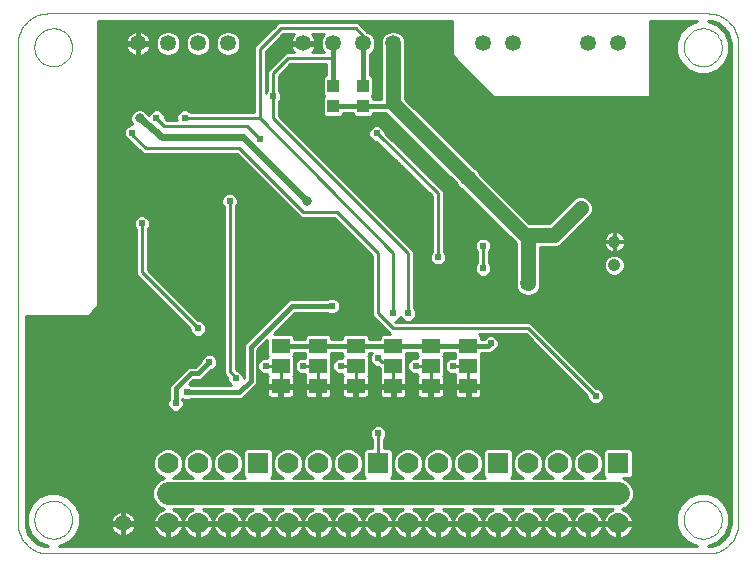
<source format=gbl>
G75*
%MOIN*%
%OFA0B0*%
%FSLAX24Y24*%
%IPPOS*%
%LPD*%
%AMOC8*
5,1,8,0,0,1.08239X$1,22.5*
%
%ADD10C,0.0000*%
%ADD11C,0.0540*%
%ADD12C,0.0531*%
%ADD13C,0.0413*%
%ADD14R,0.0700X0.0700*%
%ADD15C,0.0700*%
%ADD16R,0.0394X0.0433*%
%ADD17R,0.0591X0.0512*%
%ADD18C,0.0100*%
%ADD19C,0.0240*%
%ADD20C,0.0160*%
%ADD21C,0.0317*%
%ADD22C,0.0500*%
%ADD23C,0.0240*%
%ADD24C,0.0760*%
D10*
X001650Y000650D02*
X023650Y000650D01*
X023710Y000652D01*
X023771Y000657D01*
X023830Y000666D01*
X023889Y000679D01*
X023948Y000695D01*
X024005Y000715D01*
X024060Y000738D01*
X024115Y000765D01*
X024167Y000794D01*
X024218Y000827D01*
X024267Y000863D01*
X024313Y000901D01*
X024357Y000943D01*
X024399Y000987D01*
X024437Y001033D01*
X024473Y001082D01*
X024506Y001133D01*
X024535Y001185D01*
X024562Y001240D01*
X024585Y001295D01*
X024605Y001352D01*
X024621Y001411D01*
X024634Y001470D01*
X024643Y001529D01*
X024648Y001590D01*
X024650Y001650D01*
X024650Y017650D01*
X024648Y017710D01*
X024643Y017771D01*
X024634Y017830D01*
X024621Y017889D01*
X024605Y017948D01*
X024585Y018005D01*
X024562Y018060D01*
X024535Y018115D01*
X024506Y018167D01*
X024473Y018218D01*
X024437Y018267D01*
X024399Y018313D01*
X024357Y018357D01*
X024313Y018399D01*
X024267Y018437D01*
X024218Y018473D01*
X024167Y018506D01*
X024115Y018535D01*
X024060Y018562D01*
X024005Y018585D01*
X023948Y018605D01*
X023889Y018621D01*
X023830Y018634D01*
X023771Y018643D01*
X023710Y018648D01*
X023650Y018650D01*
X001650Y018650D01*
X001590Y018648D01*
X001529Y018643D01*
X001470Y018634D01*
X001411Y018621D01*
X001352Y018605D01*
X001295Y018585D01*
X001240Y018562D01*
X001185Y018535D01*
X001133Y018506D01*
X001082Y018473D01*
X001033Y018437D01*
X000987Y018399D01*
X000943Y018357D01*
X000901Y018313D01*
X000863Y018267D01*
X000827Y018218D01*
X000794Y018167D01*
X000765Y018115D01*
X000738Y018060D01*
X000715Y018005D01*
X000695Y017948D01*
X000679Y017889D01*
X000666Y017830D01*
X000657Y017771D01*
X000652Y017710D01*
X000650Y017650D01*
X000650Y001650D01*
X000652Y001590D01*
X000657Y001529D01*
X000666Y001470D01*
X000679Y001411D01*
X000695Y001352D01*
X000715Y001295D01*
X000738Y001240D01*
X000765Y001185D01*
X000794Y001133D01*
X000827Y001082D01*
X000863Y001033D01*
X000901Y000987D01*
X000943Y000943D01*
X000987Y000901D01*
X001033Y000863D01*
X001082Y000827D01*
X001133Y000794D01*
X001185Y000765D01*
X001240Y000738D01*
X001295Y000715D01*
X001352Y000695D01*
X001411Y000679D01*
X001470Y000666D01*
X001529Y000657D01*
X001590Y000652D01*
X001650Y000650D01*
X001193Y001776D02*
X001195Y001826D01*
X001201Y001876D01*
X001211Y001925D01*
X001225Y001973D01*
X001242Y002020D01*
X001263Y002065D01*
X001288Y002109D01*
X001316Y002150D01*
X001348Y002189D01*
X001382Y002226D01*
X001419Y002260D01*
X001459Y002290D01*
X001501Y002317D01*
X001545Y002341D01*
X001591Y002362D01*
X001638Y002378D01*
X001686Y002391D01*
X001736Y002400D01*
X001785Y002405D01*
X001836Y002406D01*
X001886Y002403D01*
X001935Y002396D01*
X001984Y002385D01*
X002032Y002370D01*
X002078Y002352D01*
X002123Y002330D01*
X002166Y002304D01*
X002207Y002275D01*
X002246Y002243D01*
X002282Y002208D01*
X002314Y002170D01*
X002344Y002130D01*
X002371Y002087D01*
X002394Y002043D01*
X002413Y001997D01*
X002429Y001949D01*
X002441Y001900D01*
X002449Y001851D01*
X002453Y001801D01*
X002453Y001751D01*
X002449Y001701D01*
X002441Y001652D01*
X002429Y001603D01*
X002413Y001555D01*
X002394Y001509D01*
X002371Y001465D01*
X002344Y001422D01*
X002314Y001382D01*
X002282Y001344D01*
X002246Y001309D01*
X002207Y001277D01*
X002166Y001248D01*
X002123Y001222D01*
X002078Y001200D01*
X002032Y001182D01*
X001984Y001167D01*
X001935Y001156D01*
X001886Y001149D01*
X001836Y001146D01*
X001785Y001147D01*
X001736Y001152D01*
X001686Y001161D01*
X001638Y001174D01*
X001591Y001190D01*
X001545Y001211D01*
X001501Y001235D01*
X001459Y001262D01*
X001419Y001292D01*
X001382Y001326D01*
X001348Y001363D01*
X001316Y001402D01*
X001288Y001443D01*
X001263Y001487D01*
X001242Y001532D01*
X001225Y001579D01*
X001211Y001627D01*
X001201Y001676D01*
X001195Y001726D01*
X001193Y001776D01*
X001193Y017524D02*
X001195Y017574D01*
X001201Y017624D01*
X001211Y017673D01*
X001225Y017721D01*
X001242Y017768D01*
X001263Y017813D01*
X001288Y017857D01*
X001316Y017898D01*
X001348Y017937D01*
X001382Y017974D01*
X001419Y018008D01*
X001459Y018038D01*
X001501Y018065D01*
X001545Y018089D01*
X001591Y018110D01*
X001638Y018126D01*
X001686Y018139D01*
X001736Y018148D01*
X001785Y018153D01*
X001836Y018154D01*
X001886Y018151D01*
X001935Y018144D01*
X001984Y018133D01*
X002032Y018118D01*
X002078Y018100D01*
X002123Y018078D01*
X002166Y018052D01*
X002207Y018023D01*
X002246Y017991D01*
X002282Y017956D01*
X002314Y017918D01*
X002344Y017878D01*
X002371Y017835D01*
X002394Y017791D01*
X002413Y017745D01*
X002429Y017697D01*
X002441Y017648D01*
X002449Y017599D01*
X002453Y017549D01*
X002453Y017499D01*
X002449Y017449D01*
X002441Y017400D01*
X002429Y017351D01*
X002413Y017303D01*
X002394Y017257D01*
X002371Y017213D01*
X002344Y017170D01*
X002314Y017130D01*
X002282Y017092D01*
X002246Y017057D01*
X002207Y017025D01*
X002166Y016996D01*
X002123Y016970D01*
X002078Y016948D01*
X002032Y016930D01*
X001984Y016915D01*
X001935Y016904D01*
X001886Y016897D01*
X001836Y016894D01*
X001785Y016895D01*
X001736Y016900D01*
X001686Y016909D01*
X001638Y016922D01*
X001591Y016938D01*
X001545Y016959D01*
X001501Y016983D01*
X001459Y017010D01*
X001419Y017040D01*
X001382Y017074D01*
X001348Y017111D01*
X001316Y017150D01*
X001288Y017191D01*
X001263Y017235D01*
X001242Y017280D01*
X001225Y017327D01*
X001211Y017375D01*
X001201Y017424D01*
X001195Y017474D01*
X001193Y017524D01*
X022847Y017524D02*
X022849Y017574D01*
X022855Y017624D01*
X022865Y017673D01*
X022879Y017721D01*
X022896Y017768D01*
X022917Y017813D01*
X022942Y017857D01*
X022970Y017898D01*
X023002Y017937D01*
X023036Y017974D01*
X023073Y018008D01*
X023113Y018038D01*
X023155Y018065D01*
X023199Y018089D01*
X023245Y018110D01*
X023292Y018126D01*
X023340Y018139D01*
X023390Y018148D01*
X023439Y018153D01*
X023490Y018154D01*
X023540Y018151D01*
X023589Y018144D01*
X023638Y018133D01*
X023686Y018118D01*
X023732Y018100D01*
X023777Y018078D01*
X023820Y018052D01*
X023861Y018023D01*
X023900Y017991D01*
X023936Y017956D01*
X023968Y017918D01*
X023998Y017878D01*
X024025Y017835D01*
X024048Y017791D01*
X024067Y017745D01*
X024083Y017697D01*
X024095Y017648D01*
X024103Y017599D01*
X024107Y017549D01*
X024107Y017499D01*
X024103Y017449D01*
X024095Y017400D01*
X024083Y017351D01*
X024067Y017303D01*
X024048Y017257D01*
X024025Y017213D01*
X023998Y017170D01*
X023968Y017130D01*
X023936Y017092D01*
X023900Y017057D01*
X023861Y017025D01*
X023820Y016996D01*
X023777Y016970D01*
X023732Y016948D01*
X023686Y016930D01*
X023638Y016915D01*
X023589Y016904D01*
X023540Y016897D01*
X023490Y016894D01*
X023439Y016895D01*
X023390Y016900D01*
X023340Y016909D01*
X023292Y016922D01*
X023245Y016938D01*
X023199Y016959D01*
X023155Y016983D01*
X023113Y017010D01*
X023073Y017040D01*
X023036Y017074D01*
X023002Y017111D01*
X022970Y017150D01*
X022942Y017191D01*
X022917Y017235D01*
X022896Y017280D01*
X022879Y017327D01*
X022865Y017375D01*
X022855Y017424D01*
X022849Y017474D01*
X022847Y017524D01*
X022847Y001776D02*
X022849Y001826D01*
X022855Y001876D01*
X022865Y001925D01*
X022879Y001973D01*
X022896Y002020D01*
X022917Y002065D01*
X022942Y002109D01*
X022970Y002150D01*
X023002Y002189D01*
X023036Y002226D01*
X023073Y002260D01*
X023113Y002290D01*
X023155Y002317D01*
X023199Y002341D01*
X023245Y002362D01*
X023292Y002378D01*
X023340Y002391D01*
X023390Y002400D01*
X023439Y002405D01*
X023490Y002406D01*
X023540Y002403D01*
X023589Y002396D01*
X023638Y002385D01*
X023686Y002370D01*
X023732Y002352D01*
X023777Y002330D01*
X023820Y002304D01*
X023861Y002275D01*
X023900Y002243D01*
X023936Y002208D01*
X023968Y002170D01*
X023998Y002130D01*
X024025Y002087D01*
X024048Y002043D01*
X024067Y001997D01*
X024083Y001949D01*
X024095Y001900D01*
X024103Y001851D01*
X024107Y001801D01*
X024107Y001751D01*
X024103Y001701D01*
X024095Y001652D01*
X024083Y001603D01*
X024067Y001555D01*
X024048Y001509D01*
X024025Y001465D01*
X023998Y001422D01*
X023968Y001382D01*
X023936Y001344D01*
X023900Y001309D01*
X023861Y001277D01*
X023820Y001248D01*
X023777Y001222D01*
X023732Y001200D01*
X023686Y001182D01*
X023638Y001167D01*
X023589Y001156D01*
X023540Y001149D01*
X023490Y001146D01*
X023439Y001147D01*
X023390Y001152D01*
X023340Y001161D01*
X023292Y001174D01*
X023245Y001190D01*
X023199Y001211D01*
X023155Y001235D01*
X023113Y001262D01*
X023073Y001292D01*
X023036Y001326D01*
X023002Y001363D01*
X022970Y001402D01*
X022942Y001443D01*
X022917Y001487D01*
X022896Y001532D01*
X022879Y001579D01*
X022865Y001627D01*
X022855Y001676D01*
X022849Y001726D01*
X022847Y001776D01*
D11*
X004150Y001650D03*
D12*
X017650Y009650D03*
X015650Y013150D03*
X016150Y017650D03*
X017150Y017650D03*
X019650Y017650D03*
X020650Y017650D03*
X013150Y017650D03*
X012150Y017650D03*
X011150Y017650D03*
X010150Y017650D03*
X007650Y017650D03*
X006650Y017650D03*
X005650Y017650D03*
X004650Y017650D03*
D13*
X020525Y011044D03*
X020525Y010256D03*
D14*
X020650Y003650D03*
X016650Y003650D03*
X012650Y003650D03*
X008650Y003650D03*
D15*
X007650Y003650D03*
X006650Y003650D03*
X005650Y003650D03*
X005650Y002650D03*
X006650Y002650D03*
X007650Y002650D03*
X008650Y002650D03*
X009650Y002650D03*
X010650Y002650D03*
X011650Y002650D03*
X012650Y002650D03*
X013650Y002650D03*
X014650Y002650D03*
X015650Y002650D03*
X016650Y002650D03*
X017650Y002650D03*
X018650Y002650D03*
X019650Y002650D03*
X020650Y002650D03*
X020650Y001650D03*
X019650Y001650D03*
X018650Y001650D03*
X017650Y001650D03*
X016650Y001650D03*
X015650Y001650D03*
X014650Y001650D03*
X013650Y001650D03*
X012650Y001650D03*
X011650Y001650D03*
X010650Y001650D03*
X009650Y001650D03*
X008650Y001650D03*
X007650Y001650D03*
X006650Y001650D03*
X005650Y001650D03*
X009650Y003650D03*
X010650Y003650D03*
X011650Y003650D03*
X013650Y003650D03*
X014650Y003650D03*
X015650Y003650D03*
X017650Y003650D03*
X018650Y003650D03*
X019650Y003650D03*
D16*
X012150Y015565D03*
X012150Y016235D03*
X011150Y016235D03*
X011150Y015565D03*
D17*
X010650Y007569D03*
X010650Y006900D03*
X010650Y006231D03*
X009400Y006231D03*
X009400Y006900D03*
X009400Y007569D03*
X011900Y007569D03*
X011900Y006900D03*
X011900Y006231D03*
X013150Y006231D03*
X013150Y006900D03*
X013150Y007569D03*
X014400Y007569D03*
X014400Y006900D03*
X014400Y006231D03*
X015650Y006231D03*
X015650Y006900D03*
X015650Y007569D03*
D18*
X001120Y001120D02*
X000982Y001310D01*
X000909Y001533D01*
X000900Y001650D01*
X000900Y008556D01*
X003025Y008556D01*
X003328Y008931D01*
X003328Y018400D01*
X015100Y018400D01*
X015100Y017254D01*
X016475Y015879D01*
X016504Y015850D01*
X021671Y015850D01*
X021700Y015879D01*
X021700Y018400D01*
X023292Y018400D01*
X022978Y018270D01*
X022731Y018022D01*
X022597Y017699D01*
X022597Y017349D01*
X022731Y017026D01*
X022978Y016778D01*
X023302Y016644D01*
X023652Y016644D01*
X023975Y016778D01*
X024223Y017026D01*
X024357Y017349D01*
X024357Y017699D01*
X024223Y018022D01*
X023975Y018270D01*
X023664Y018399D01*
X023767Y018391D01*
X023990Y018318D01*
X024180Y018180D01*
X024318Y017990D01*
X024391Y017767D01*
X024400Y017650D01*
X024400Y001650D01*
X024391Y001533D01*
X024318Y001310D01*
X024180Y001120D01*
X023990Y000982D01*
X023767Y000909D01*
X023664Y000901D01*
X023975Y001030D01*
X024223Y001278D01*
X024357Y001601D01*
X024357Y001951D01*
X024223Y002274D01*
X023975Y002522D01*
X023652Y002656D01*
X023302Y002656D01*
X022978Y002522D01*
X022731Y002274D01*
X022597Y001951D01*
X022597Y001601D01*
X022731Y001278D01*
X022978Y001030D01*
X023292Y000900D01*
X002008Y000900D01*
X002322Y001030D01*
X002569Y001278D01*
X002703Y001601D01*
X002703Y001951D01*
X002569Y002274D01*
X002322Y002522D01*
X001998Y002656D01*
X001648Y002656D01*
X001325Y002522D01*
X001077Y002274D01*
X000943Y001951D01*
X000943Y001601D01*
X001077Y001278D01*
X001325Y001030D01*
X001636Y000901D01*
X001533Y000909D01*
X001310Y000982D01*
X001120Y001120D01*
X001103Y001143D02*
X001212Y001143D01*
X001224Y001044D02*
X001311Y001044D01*
X001421Y000946D02*
X001529Y000946D01*
X001114Y001241D02*
X001032Y001241D01*
X001052Y001340D02*
X000972Y001340D01*
X000940Y001438D02*
X001011Y001438D01*
X000970Y001537D02*
X000909Y001537D01*
X000901Y001635D02*
X000943Y001635D01*
X000943Y001734D02*
X000900Y001734D01*
X000900Y001832D02*
X000943Y001832D01*
X000943Y001931D02*
X000900Y001931D01*
X000900Y002029D02*
X000976Y002029D01*
X001016Y002128D02*
X000900Y002128D01*
X000900Y002226D02*
X001057Y002226D01*
X001127Y002325D02*
X000900Y002325D01*
X000900Y002423D02*
X001226Y002423D01*
X001324Y002522D02*
X000900Y002522D01*
X000900Y002620D02*
X001562Y002620D01*
X002085Y002620D02*
X005120Y002620D01*
X005120Y002545D02*
X005201Y002350D01*
X005350Y002201D01*
X005516Y002132D01*
X005458Y002113D01*
X005388Y002078D01*
X005324Y002031D01*
X005269Y001976D01*
X005222Y001912D01*
X005187Y001842D01*
X005162Y001767D01*
X005151Y001698D01*
X005602Y001698D01*
X005602Y001602D01*
X005698Y001602D01*
X005698Y001698D01*
X006149Y001698D01*
X006138Y001767D01*
X006113Y001842D01*
X006078Y001912D01*
X006031Y001976D01*
X005976Y002031D01*
X005912Y002078D01*
X005842Y002113D01*
X005822Y002120D01*
X006478Y002120D01*
X006458Y002113D01*
X006388Y002078D01*
X006324Y002031D01*
X006269Y001976D01*
X006222Y001912D01*
X006187Y001842D01*
X006162Y001767D01*
X006151Y001698D01*
X006602Y001698D01*
X006602Y001602D01*
X006698Y001602D01*
X006698Y001698D01*
X007149Y001698D01*
X007138Y001767D01*
X007113Y001842D01*
X007078Y001912D01*
X007031Y001976D01*
X006976Y002031D01*
X006912Y002078D01*
X006842Y002113D01*
X006822Y002120D01*
X007478Y002120D01*
X007458Y002113D01*
X007388Y002078D01*
X007324Y002031D01*
X007269Y001976D01*
X007222Y001912D01*
X007187Y001842D01*
X007162Y001767D01*
X007151Y001698D01*
X007602Y001698D01*
X007602Y001602D01*
X007698Y001602D01*
X007698Y001698D01*
X008149Y001698D01*
X008138Y001767D01*
X008113Y001842D01*
X008078Y001912D01*
X008031Y001976D01*
X007976Y002031D01*
X007912Y002078D01*
X007842Y002113D01*
X007822Y002120D01*
X008478Y002120D01*
X008458Y002113D01*
X008388Y002078D01*
X008324Y002031D01*
X008269Y001976D01*
X008222Y001912D01*
X008187Y001842D01*
X008162Y001767D01*
X008151Y001698D01*
X008602Y001698D01*
X008602Y001602D01*
X008698Y001602D01*
X008698Y001698D01*
X009149Y001698D01*
X009138Y001767D01*
X009113Y001842D01*
X009078Y001912D01*
X009031Y001976D01*
X008976Y002031D01*
X008912Y002078D01*
X008842Y002113D01*
X008822Y002120D01*
X009478Y002120D01*
X009458Y002113D01*
X009388Y002078D01*
X009324Y002031D01*
X009269Y001976D01*
X009222Y001912D01*
X009187Y001842D01*
X009162Y001767D01*
X009151Y001698D01*
X009602Y001698D01*
X009602Y001602D01*
X009698Y001602D01*
X009698Y001698D01*
X010149Y001698D01*
X010138Y001767D01*
X010113Y001842D01*
X010078Y001912D01*
X010031Y001976D01*
X009976Y002031D01*
X009912Y002078D01*
X009842Y002113D01*
X009822Y002120D01*
X010478Y002120D01*
X010458Y002113D01*
X010388Y002078D01*
X010324Y002031D01*
X010269Y001976D01*
X010222Y001912D01*
X010187Y001842D01*
X010162Y001767D01*
X010151Y001698D01*
X010602Y001698D01*
X010602Y001602D01*
X010698Y001602D01*
X010698Y001698D01*
X011149Y001698D01*
X011138Y001767D01*
X011113Y001842D01*
X011078Y001912D01*
X011031Y001976D01*
X010976Y002031D01*
X010912Y002078D01*
X010842Y002113D01*
X010822Y002120D01*
X011478Y002120D01*
X011458Y002113D01*
X011388Y002078D01*
X011324Y002031D01*
X011269Y001976D01*
X011222Y001912D01*
X011187Y001842D01*
X011162Y001767D01*
X011151Y001698D01*
X011602Y001698D01*
X011602Y001602D01*
X011698Y001602D01*
X011698Y001698D01*
X012149Y001698D01*
X012138Y001767D01*
X012113Y001842D01*
X012078Y001912D01*
X012031Y001976D01*
X011976Y002031D01*
X011912Y002078D01*
X011842Y002113D01*
X011822Y002120D01*
X012478Y002120D01*
X012458Y002113D01*
X012388Y002078D01*
X012324Y002031D01*
X012269Y001976D01*
X012222Y001912D01*
X012187Y001842D01*
X012162Y001767D01*
X012151Y001698D01*
X012602Y001698D01*
X012602Y001602D01*
X012698Y001602D01*
X012698Y001698D01*
X013149Y001698D01*
X013138Y001767D01*
X013113Y001842D01*
X013078Y001912D01*
X013031Y001976D01*
X012976Y002031D01*
X012912Y002078D01*
X012842Y002113D01*
X012822Y002120D01*
X013478Y002120D01*
X013458Y002113D01*
X013388Y002078D01*
X013324Y002031D01*
X013269Y001976D01*
X013222Y001912D01*
X013187Y001842D01*
X013162Y001767D01*
X013151Y001698D01*
X013602Y001698D01*
X013602Y001602D01*
X013698Y001602D01*
X013698Y001698D01*
X014149Y001698D01*
X014138Y001767D01*
X014113Y001842D01*
X014078Y001912D01*
X014031Y001976D01*
X013976Y002031D01*
X013912Y002078D01*
X013842Y002113D01*
X013822Y002120D01*
X014478Y002120D01*
X014458Y002113D01*
X014388Y002078D01*
X014324Y002031D01*
X014269Y001976D01*
X014222Y001912D01*
X014187Y001842D01*
X014162Y001767D01*
X014151Y001698D01*
X014602Y001698D01*
X014602Y001602D01*
X014698Y001602D01*
X014698Y001698D01*
X015149Y001698D01*
X015138Y001767D01*
X015113Y001842D01*
X015078Y001912D01*
X015031Y001976D01*
X014976Y002031D01*
X014912Y002078D01*
X014842Y002113D01*
X014822Y002120D01*
X015478Y002120D01*
X015458Y002113D01*
X015388Y002078D01*
X015324Y002031D01*
X015269Y001976D01*
X015222Y001912D01*
X015187Y001842D01*
X015162Y001767D01*
X015151Y001698D01*
X015602Y001698D01*
X015602Y001602D01*
X015698Y001602D01*
X015698Y001698D01*
X016149Y001698D01*
X016138Y001767D01*
X016113Y001842D01*
X016078Y001912D01*
X016031Y001976D01*
X015976Y002031D01*
X015912Y002078D01*
X015842Y002113D01*
X015822Y002120D01*
X016478Y002120D01*
X016458Y002113D01*
X016388Y002078D01*
X016324Y002031D01*
X016269Y001976D01*
X016222Y001912D01*
X016187Y001842D01*
X016162Y001767D01*
X016151Y001698D01*
X016602Y001698D01*
X016602Y001602D01*
X016698Y001602D01*
X016698Y001698D01*
X017149Y001698D01*
X017138Y001767D01*
X017113Y001842D01*
X017078Y001912D01*
X017031Y001976D01*
X016976Y002031D01*
X016912Y002078D01*
X016842Y002113D01*
X016822Y002120D01*
X017478Y002120D01*
X017458Y002113D01*
X017388Y002078D01*
X017324Y002031D01*
X017269Y001976D01*
X017222Y001912D01*
X017187Y001842D01*
X017162Y001767D01*
X017151Y001698D01*
X017602Y001698D01*
X017602Y001602D01*
X017698Y001602D01*
X017698Y001698D01*
X018149Y001698D01*
X018138Y001767D01*
X018113Y001842D01*
X018078Y001912D01*
X018031Y001976D01*
X017976Y002031D01*
X017912Y002078D01*
X017842Y002113D01*
X017822Y002120D01*
X018478Y002120D01*
X018458Y002113D01*
X018388Y002078D01*
X018324Y002031D01*
X018269Y001976D01*
X018222Y001912D01*
X018187Y001842D01*
X018162Y001767D01*
X018151Y001698D01*
X018602Y001698D01*
X018602Y001602D01*
X018698Y001602D01*
X018698Y001698D01*
X019149Y001698D01*
X019138Y001767D01*
X019113Y001842D01*
X019078Y001912D01*
X019031Y001976D01*
X018976Y002031D01*
X018912Y002078D01*
X018842Y002113D01*
X018822Y002120D01*
X019478Y002120D01*
X019458Y002113D01*
X019388Y002078D01*
X019324Y002031D01*
X019269Y001976D01*
X019222Y001912D01*
X019187Y001842D01*
X019162Y001767D01*
X019151Y001698D01*
X019602Y001698D01*
X019602Y001602D01*
X019698Y001602D01*
X019698Y001698D01*
X020149Y001698D01*
X020138Y001767D01*
X020113Y001842D01*
X020078Y001912D01*
X020031Y001976D01*
X019976Y002031D01*
X019912Y002078D01*
X019842Y002113D01*
X019822Y002120D01*
X020478Y002120D01*
X020458Y002113D01*
X020388Y002078D01*
X020324Y002031D01*
X020269Y001976D01*
X020222Y001912D01*
X020187Y001842D01*
X020162Y001767D01*
X020151Y001698D01*
X020602Y001698D01*
X020602Y001602D01*
X020698Y001602D01*
X020698Y001698D01*
X021149Y001698D01*
X021138Y001767D01*
X021113Y001842D01*
X021078Y001912D01*
X021031Y001976D01*
X020976Y002031D01*
X020912Y002078D01*
X020842Y002113D01*
X020784Y002132D01*
X020950Y002201D01*
X021099Y002350D01*
X021180Y002545D01*
X021180Y002755D01*
X021099Y002950D01*
X020950Y003099D01*
X020828Y003150D01*
X021062Y003150D01*
X021150Y003238D01*
X021150Y004062D01*
X021062Y004150D01*
X020238Y004150D01*
X020150Y004062D01*
X020150Y003238D01*
X020208Y003180D01*
X019822Y003180D01*
X019933Y003226D01*
X020074Y003367D01*
X020150Y003551D01*
X020150Y003749D01*
X020074Y003933D01*
X019933Y004074D01*
X019749Y004150D01*
X019551Y004150D01*
X019367Y004074D01*
X019226Y003933D01*
X019150Y003749D01*
X019074Y003933D01*
X018933Y004074D01*
X018749Y004150D01*
X018551Y004150D01*
X018367Y004074D01*
X018226Y003933D01*
X018150Y003749D01*
X018074Y003933D01*
X017933Y004074D01*
X017749Y004150D01*
X017551Y004150D01*
X017367Y004074D01*
X017226Y003933D01*
X017150Y003749D01*
X017150Y003551D01*
X017226Y003367D01*
X017367Y003226D01*
X017478Y003180D01*
X017092Y003180D01*
X017150Y003238D01*
X017150Y004062D01*
X017062Y004150D01*
X016238Y004150D01*
X016150Y004062D01*
X016150Y003238D01*
X016208Y003180D01*
X015822Y003180D01*
X015933Y003226D01*
X016074Y003367D01*
X016150Y003551D01*
X016150Y003749D01*
X016074Y003933D01*
X015933Y004074D01*
X015749Y004150D01*
X015551Y004150D01*
X015367Y004074D01*
X015226Y003933D01*
X015150Y003749D01*
X015074Y003933D01*
X014933Y004074D01*
X014749Y004150D01*
X014551Y004150D01*
X014367Y004074D01*
X014226Y003933D01*
X014150Y003749D01*
X014074Y003933D01*
X013933Y004074D01*
X013749Y004150D01*
X013551Y004150D01*
X013367Y004074D01*
X013226Y003933D01*
X013150Y003749D01*
X013150Y003551D01*
X013226Y003367D01*
X013367Y003226D01*
X013478Y003180D01*
X013092Y003180D01*
X013150Y003238D01*
X013150Y004062D01*
X013062Y004150D01*
X012850Y004150D01*
X012850Y004468D01*
X012879Y004497D01*
X012920Y004596D01*
X012920Y004704D01*
X012879Y004803D01*
X012803Y004879D01*
X012704Y004920D01*
X012596Y004920D01*
X012497Y004879D01*
X012421Y004803D01*
X012380Y004704D01*
X012380Y004596D01*
X012421Y004497D01*
X012450Y004468D01*
X012450Y004150D01*
X012238Y004150D01*
X012150Y004062D01*
X012150Y003238D01*
X012208Y003180D01*
X011822Y003180D01*
X011933Y003226D01*
X012074Y003367D01*
X012150Y003551D01*
X012150Y003749D01*
X012074Y003933D01*
X011933Y004074D01*
X011749Y004150D01*
X011551Y004150D01*
X011367Y004074D01*
X011226Y003933D01*
X011150Y003749D01*
X011074Y003933D01*
X010933Y004074D01*
X010749Y004150D01*
X010551Y004150D01*
X010367Y004074D01*
X010226Y003933D01*
X010150Y003749D01*
X010074Y003933D01*
X009933Y004074D01*
X009749Y004150D01*
X009551Y004150D01*
X009367Y004074D01*
X009226Y003933D01*
X009150Y003749D01*
X009150Y003551D01*
X009226Y003367D01*
X009367Y003226D01*
X009478Y003180D01*
X009092Y003180D01*
X009150Y003238D01*
X009150Y004062D01*
X009062Y004150D01*
X008238Y004150D01*
X008150Y004062D01*
X008150Y003238D01*
X008208Y003180D01*
X007822Y003180D01*
X007933Y003226D01*
X008074Y003367D01*
X008150Y003551D01*
X008150Y003749D01*
X008074Y003933D01*
X007933Y004074D01*
X007749Y004150D01*
X007551Y004150D01*
X007367Y004074D01*
X007226Y003933D01*
X007150Y003749D01*
X007074Y003933D01*
X006933Y004074D01*
X006749Y004150D01*
X006551Y004150D01*
X006367Y004074D01*
X006226Y003933D01*
X006150Y003749D01*
X006074Y003933D01*
X005933Y004074D01*
X005749Y004150D01*
X005551Y004150D01*
X005367Y004074D01*
X005226Y003933D01*
X005150Y003749D01*
X005150Y003551D01*
X005226Y003367D01*
X005367Y003226D01*
X005511Y003166D01*
X005350Y003099D01*
X005201Y002950D01*
X005120Y002755D01*
X005120Y002545D01*
X005130Y002522D02*
X002322Y002522D01*
X002421Y002423D02*
X005170Y002423D01*
X005226Y002325D02*
X002519Y002325D01*
X002589Y002226D02*
X005324Y002226D01*
X005322Y002029D02*
X004331Y002029D01*
X004311Y002039D02*
X004248Y002060D01*
X004190Y002069D01*
X004190Y001690D01*
X004110Y001690D01*
X004110Y002069D01*
X004052Y002060D01*
X003989Y002039D01*
X003930Y002009D01*
X003876Y001970D01*
X003830Y001924D01*
X003791Y001870D01*
X003761Y001811D01*
X003740Y001748D01*
X003731Y001690D01*
X004110Y001690D01*
X004110Y001610D01*
X003731Y001610D01*
X003740Y001552D01*
X003761Y001489D01*
X003791Y001430D01*
X003830Y001376D01*
X003876Y001330D01*
X003930Y001291D01*
X003989Y001261D01*
X004052Y001240D01*
X004110Y001231D01*
X004110Y001610D01*
X004190Y001610D01*
X004190Y001690D01*
X004569Y001690D01*
X004560Y001748D01*
X004539Y001811D01*
X004509Y001870D01*
X004470Y001924D01*
X004424Y001970D01*
X004370Y002009D01*
X004311Y002039D01*
X004190Y002029D02*
X004110Y002029D01*
X004110Y001931D02*
X004190Y001931D01*
X004190Y001832D02*
X004110Y001832D01*
X004110Y001734D02*
X004190Y001734D01*
X004190Y001635D02*
X005602Y001635D01*
X005602Y001602D02*
X005151Y001602D01*
X005162Y001533D01*
X005187Y001458D01*
X005222Y001388D01*
X005269Y001324D01*
X005324Y001269D01*
X005388Y001222D01*
X005458Y001187D01*
X005533Y001162D01*
X005602Y001151D01*
X005602Y001602D01*
X005602Y001537D02*
X005698Y001537D01*
X005698Y001602D02*
X005698Y001151D01*
X005767Y001162D01*
X005842Y001187D01*
X005912Y001222D01*
X005976Y001269D01*
X006031Y001324D01*
X006078Y001388D01*
X006113Y001458D01*
X006138Y001533D01*
X006149Y001602D01*
X005698Y001602D01*
X005698Y001635D02*
X006602Y001635D01*
X006602Y001602D02*
X006151Y001602D01*
X006162Y001533D01*
X006187Y001458D01*
X006222Y001388D01*
X006269Y001324D01*
X006324Y001269D01*
X006388Y001222D01*
X006458Y001187D01*
X006533Y001162D01*
X006602Y001151D01*
X006602Y001602D01*
X006602Y001537D02*
X006698Y001537D01*
X006698Y001602D02*
X006698Y001151D01*
X006767Y001162D01*
X006842Y001187D01*
X006912Y001222D01*
X006976Y001269D01*
X007031Y001324D01*
X007078Y001388D01*
X007113Y001458D01*
X007138Y001533D01*
X007149Y001602D01*
X006698Y001602D01*
X006698Y001635D02*
X007602Y001635D01*
X007602Y001602D02*
X007151Y001602D01*
X007162Y001533D01*
X007187Y001458D01*
X007222Y001388D01*
X007269Y001324D01*
X007324Y001269D01*
X007388Y001222D01*
X007458Y001187D01*
X007533Y001162D01*
X007602Y001151D01*
X007602Y001602D01*
X007602Y001537D02*
X007698Y001537D01*
X007698Y001602D02*
X007698Y001151D01*
X007767Y001162D01*
X007842Y001187D01*
X007912Y001222D01*
X007976Y001269D01*
X008031Y001324D01*
X008078Y001388D01*
X008113Y001458D01*
X008138Y001533D01*
X008149Y001602D01*
X007698Y001602D01*
X007698Y001635D02*
X008602Y001635D01*
X008602Y001602D02*
X008151Y001602D01*
X008162Y001533D01*
X008187Y001458D01*
X008222Y001388D01*
X008269Y001324D01*
X008324Y001269D01*
X008388Y001222D01*
X008458Y001187D01*
X008533Y001162D01*
X008602Y001151D01*
X008602Y001602D01*
X008602Y001537D02*
X008698Y001537D01*
X008698Y001602D02*
X008698Y001151D01*
X008767Y001162D01*
X008842Y001187D01*
X008912Y001222D01*
X008976Y001269D01*
X009031Y001324D01*
X009078Y001388D01*
X009113Y001458D01*
X009138Y001533D01*
X009149Y001602D01*
X008698Y001602D01*
X008698Y001635D02*
X009602Y001635D01*
X009602Y001602D02*
X009151Y001602D01*
X009162Y001533D01*
X009187Y001458D01*
X009222Y001388D01*
X009269Y001324D01*
X009324Y001269D01*
X009388Y001222D01*
X009458Y001187D01*
X009533Y001162D01*
X009602Y001151D01*
X009602Y001602D01*
X009602Y001537D02*
X009698Y001537D01*
X009698Y001602D02*
X009698Y001151D01*
X009767Y001162D01*
X009842Y001187D01*
X009912Y001222D01*
X009976Y001269D01*
X010031Y001324D01*
X010078Y001388D01*
X010113Y001458D01*
X010138Y001533D01*
X010149Y001602D01*
X009698Y001602D01*
X009698Y001635D02*
X010602Y001635D01*
X010602Y001602D02*
X010151Y001602D01*
X010162Y001533D01*
X010187Y001458D01*
X010222Y001388D01*
X010269Y001324D01*
X010324Y001269D01*
X010388Y001222D01*
X010458Y001187D01*
X010533Y001162D01*
X010602Y001151D01*
X010602Y001602D01*
X010602Y001537D02*
X010698Y001537D01*
X010698Y001602D02*
X010698Y001151D01*
X010767Y001162D01*
X010842Y001187D01*
X010912Y001222D01*
X010976Y001269D01*
X011031Y001324D01*
X011078Y001388D01*
X011113Y001458D01*
X011138Y001533D01*
X011149Y001602D01*
X010698Y001602D01*
X010698Y001635D02*
X011602Y001635D01*
X011602Y001602D02*
X011151Y001602D01*
X011162Y001533D01*
X011187Y001458D01*
X011222Y001388D01*
X011269Y001324D01*
X011324Y001269D01*
X011388Y001222D01*
X011458Y001187D01*
X011533Y001162D01*
X011602Y001151D01*
X011602Y001602D01*
X011602Y001537D02*
X011698Y001537D01*
X011698Y001602D02*
X011698Y001151D01*
X011767Y001162D01*
X011842Y001187D01*
X011912Y001222D01*
X011976Y001269D01*
X012031Y001324D01*
X012078Y001388D01*
X012113Y001458D01*
X012138Y001533D01*
X012149Y001602D01*
X011698Y001602D01*
X011698Y001635D02*
X012602Y001635D01*
X012602Y001602D02*
X012151Y001602D01*
X012162Y001533D01*
X012187Y001458D01*
X012222Y001388D01*
X012269Y001324D01*
X012324Y001269D01*
X012388Y001222D01*
X012458Y001187D01*
X012533Y001162D01*
X012602Y001151D01*
X012602Y001602D01*
X012602Y001537D02*
X012698Y001537D01*
X012698Y001602D02*
X012698Y001151D01*
X012767Y001162D01*
X012842Y001187D01*
X012912Y001222D01*
X012976Y001269D01*
X013031Y001324D01*
X013078Y001388D01*
X013113Y001458D01*
X013138Y001533D01*
X013149Y001602D01*
X012698Y001602D01*
X012698Y001635D02*
X013602Y001635D01*
X013602Y001602D02*
X013151Y001602D01*
X013162Y001533D01*
X013187Y001458D01*
X013222Y001388D01*
X013269Y001324D01*
X013324Y001269D01*
X013388Y001222D01*
X013458Y001187D01*
X013533Y001162D01*
X013602Y001151D01*
X013602Y001602D01*
X013602Y001537D02*
X013698Y001537D01*
X013698Y001602D02*
X013698Y001151D01*
X013767Y001162D01*
X013842Y001187D01*
X013912Y001222D01*
X013976Y001269D01*
X014031Y001324D01*
X014078Y001388D01*
X014113Y001458D01*
X014138Y001533D01*
X014149Y001602D01*
X013698Y001602D01*
X013698Y001635D02*
X014602Y001635D01*
X014602Y001602D02*
X014151Y001602D01*
X014162Y001533D01*
X014187Y001458D01*
X014222Y001388D01*
X014269Y001324D01*
X014324Y001269D01*
X014388Y001222D01*
X014458Y001187D01*
X014533Y001162D01*
X014602Y001151D01*
X014602Y001602D01*
X014602Y001537D02*
X014698Y001537D01*
X014698Y001602D02*
X014698Y001151D01*
X014767Y001162D01*
X014842Y001187D01*
X014912Y001222D01*
X014976Y001269D01*
X015031Y001324D01*
X015078Y001388D01*
X015113Y001458D01*
X015138Y001533D01*
X015149Y001602D01*
X014698Y001602D01*
X014698Y001635D02*
X015602Y001635D01*
X015602Y001602D02*
X015151Y001602D01*
X015162Y001533D01*
X015187Y001458D01*
X015222Y001388D01*
X015269Y001324D01*
X015324Y001269D01*
X015388Y001222D01*
X015458Y001187D01*
X015533Y001162D01*
X015602Y001151D01*
X015602Y001602D01*
X015602Y001537D02*
X015698Y001537D01*
X015698Y001602D02*
X015698Y001151D01*
X015767Y001162D01*
X015842Y001187D01*
X015912Y001222D01*
X015976Y001269D01*
X016031Y001324D01*
X016078Y001388D01*
X016113Y001458D01*
X016138Y001533D01*
X016149Y001602D01*
X015698Y001602D01*
X015698Y001635D02*
X016602Y001635D01*
X016602Y001602D02*
X016151Y001602D01*
X016162Y001533D01*
X016187Y001458D01*
X016222Y001388D01*
X016269Y001324D01*
X016324Y001269D01*
X016388Y001222D01*
X016458Y001187D01*
X016533Y001162D01*
X016602Y001151D01*
X016602Y001602D01*
X016602Y001537D02*
X016698Y001537D01*
X016698Y001602D02*
X016698Y001151D01*
X016767Y001162D01*
X016842Y001187D01*
X016912Y001222D01*
X016976Y001269D01*
X017031Y001324D01*
X017078Y001388D01*
X017113Y001458D01*
X017138Y001533D01*
X017149Y001602D01*
X016698Y001602D01*
X016698Y001635D02*
X017602Y001635D01*
X017602Y001602D02*
X017151Y001602D01*
X017162Y001533D01*
X017187Y001458D01*
X017222Y001388D01*
X017269Y001324D01*
X017324Y001269D01*
X017388Y001222D01*
X017458Y001187D01*
X017533Y001162D01*
X017602Y001151D01*
X017602Y001602D01*
X017602Y001537D02*
X017698Y001537D01*
X017698Y001602D02*
X017698Y001151D01*
X017767Y001162D01*
X017842Y001187D01*
X017912Y001222D01*
X017976Y001269D01*
X018031Y001324D01*
X018078Y001388D01*
X018113Y001458D01*
X018138Y001533D01*
X018149Y001602D01*
X017698Y001602D01*
X017698Y001635D02*
X018602Y001635D01*
X018602Y001602D02*
X018151Y001602D01*
X018162Y001533D01*
X018187Y001458D01*
X018222Y001388D01*
X018269Y001324D01*
X018324Y001269D01*
X018388Y001222D01*
X018458Y001187D01*
X018533Y001162D01*
X018602Y001151D01*
X018602Y001602D01*
X018602Y001537D02*
X018698Y001537D01*
X018698Y001602D02*
X018698Y001151D01*
X018767Y001162D01*
X018842Y001187D01*
X018912Y001222D01*
X018976Y001269D01*
X019031Y001324D01*
X019078Y001388D01*
X019113Y001458D01*
X019138Y001533D01*
X019149Y001602D01*
X018698Y001602D01*
X018698Y001635D02*
X019602Y001635D01*
X019602Y001602D02*
X019151Y001602D01*
X019162Y001533D01*
X019187Y001458D01*
X019222Y001388D01*
X019269Y001324D01*
X019324Y001269D01*
X019388Y001222D01*
X019458Y001187D01*
X019533Y001162D01*
X019602Y001151D01*
X019602Y001602D01*
X019602Y001537D02*
X019698Y001537D01*
X019698Y001602D02*
X019698Y001151D01*
X019767Y001162D01*
X019842Y001187D01*
X019912Y001222D01*
X019976Y001269D01*
X020031Y001324D01*
X020078Y001388D01*
X020113Y001458D01*
X020138Y001533D01*
X020149Y001602D01*
X019698Y001602D01*
X019698Y001635D02*
X020602Y001635D01*
X020602Y001602D02*
X020151Y001602D01*
X020162Y001533D01*
X020187Y001458D01*
X020222Y001388D01*
X020269Y001324D01*
X020324Y001269D01*
X020388Y001222D01*
X020458Y001187D01*
X020533Y001162D01*
X020602Y001151D01*
X020602Y001602D01*
X020602Y001537D02*
X020698Y001537D01*
X020698Y001602D02*
X020698Y001151D01*
X020767Y001162D01*
X020842Y001187D01*
X020912Y001222D01*
X020976Y001269D01*
X021031Y001324D01*
X021078Y001388D01*
X021113Y001458D01*
X021138Y001533D01*
X021149Y001602D01*
X020698Y001602D01*
X020698Y001635D02*
X022597Y001635D01*
X022597Y001734D02*
X021143Y001734D01*
X021117Y001832D02*
X022597Y001832D01*
X022597Y001931D02*
X021064Y001931D01*
X020978Y002029D02*
X022629Y002029D01*
X022670Y002128D02*
X020798Y002128D01*
X020976Y002226D02*
X022711Y002226D01*
X022781Y002325D02*
X021074Y002325D01*
X021130Y002423D02*
X022879Y002423D01*
X022978Y002522D02*
X021170Y002522D01*
X021180Y002620D02*
X023215Y002620D01*
X023738Y002620D02*
X024400Y002620D01*
X024400Y002522D02*
X023976Y002522D01*
X024074Y002423D02*
X024400Y002423D01*
X024400Y002325D02*
X024173Y002325D01*
X024243Y002226D02*
X024400Y002226D01*
X024400Y002128D02*
X024284Y002128D01*
X024324Y002029D02*
X024400Y002029D01*
X024400Y001931D02*
X024357Y001931D01*
X024357Y001832D02*
X024400Y001832D01*
X024400Y001734D02*
X024357Y001734D01*
X024357Y001635D02*
X024399Y001635D01*
X024391Y001537D02*
X024330Y001537D01*
X024360Y001438D02*
X024289Y001438D01*
X024328Y001340D02*
X024248Y001340D01*
X024268Y001241D02*
X024186Y001241D01*
X024197Y001143D02*
X024088Y001143D01*
X024076Y001044D02*
X023989Y001044D01*
X023879Y000946D02*
X023771Y000946D01*
X023182Y000946D02*
X002118Y000946D01*
X002336Y001044D02*
X022964Y001044D01*
X022866Y001143D02*
X002434Y001143D01*
X002533Y001241D02*
X004050Y001241D01*
X004110Y001241D02*
X004190Y001241D01*
X004190Y001231D02*
X004248Y001240D01*
X004311Y001261D01*
X004370Y001291D01*
X004424Y001330D01*
X004470Y001376D01*
X004509Y001430D01*
X004539Y001489D01*
X004560Y001552D01*
X004569Y001610D01*
X004190Y001610D01*
X004190Y001231D01*
X004250Y001241D02*
X005362Y001241D01*
X005258Y001340D02*
X004433Y001340D01*
X004513Y001438D02*
X005197Y001438D01*
X005162Y001537D02*
X004555Y001537D01*
X004562Y001734D02*
X005157Y001734D01*
X005183Y001832D02*
X004529Y001832D01*
X004463Y001931D02*
X005236Y001931D01*
X005502Y002128D02*
X002630Y002128D01*
X002671Y002029D02*
X003969Y002029D01*
X003837Y001931D02*
X002703Y001931D01*
X002703Y001832D02*
X003771Y001832D01*
X003738Y001734D02*
X002703Y001734D01*
X002703Y001635D02*
X004110Y001635D01*
X004110Y001537D02*
X004190Y001537D01*
X004190Y001438D02*
X004110Y001438D01*
X004110Y001340D02*
X004190Y001340D01*
X003867Y001340D02*
X002595Y001340D01*
X002636Y001438D02*
X003787Y001438D01*
X003745Y001537D02*
X002676Y001537D01*
X000900Y002719D02*
X005120Y002719D01*
X005146Y002817D02*
X000900Y002817D01*
X000900Y002916D02*
X005186Y002916D01*
X005264Y003014D02*
X000900Y003014D01*
X000900Y003113D02*
X005382Y003113D01*
X005403Y003211D02*
X000900Y003211D01*
X000900Y003310D02*
X005283Y003310D01*
X005209Y003408D02*
X000900Y003408D01*
X000900Y003507D02*
X005168Y003507D01*
X005150Y003605D02*
X000900Y003605D01*
X000900Y003704D02*
X005150Y003704D01*
X005172Y003802D02*
X000900Y003802D01*
X000900Y003901D02*
X005213Y003901D01*
X005292Y003999D02*
X000900Y003999D01*
X000900Y004098D02*
X005424Y004098D01*
X005876Y004098D02*
X006424Y004098D01*
X006292Y003999D02*
X006008Y003999D01*
X006087Y003901D02*
X006213Y003901D01*
X006172Y003802D02*
X006128Y003802D01*
X006150Y003749D02*
X006150Y003551D01*
X006074Y003367D01*
X005933Y003226D01*
X005822Y003180D01*
X006478Y003180D01*
X006367Y003226D01*
X006226Y003367D01*
X006150Y003551D01*
X006150Y003749D01*
X006150Y003704D02*
X006150Y003704D01*
X006150Y003605D02*
X006150Y003605D01*
X006132Y003507D02*
X006168Y003507D01*
X006209Y003408D02*
X006091Y003408D01*
X006017Y003310D02*
X006283Y003310D01*
X006403Y003211D02*
X005897Y003211D01*
X006822Y003180D02*
X006933Y003226D01*
X007074Y003367D01*
X007150Y003551D01*
X007150Y003749D01*
X007150Y003551D01*
X007226Y003367D01*
X007367Y003226D01*
X007478Y003180D01*
X006822Y003180D01*
X006897Y003211D02*
X007403Y003211D01*
X007283Y003310D02*
X007017Y003310D01*
X007091Y003408D02*
X007209Y003408D01*
X007168Y003507D02*
X007132Y003507D01*
X007150Y003605D02*
X007150Y003605D01*
X007150Y003704D02*
X007150Y003704D01*
X007128Y003802D02*
X007172Y003802D01*
X007213Y003901D02*
X007087Y003901D01*
X007008Y003999D02*
X007292Y003999D01*
X007424Y004098D02*
X006876Y004098D01*
X007876Y004098D02*
X008185Y004098D01*
X008150Y003999D02*
X008008Y003999D01*
X008087Y003901D02*
X008150Y003901D01*
X008150Y003802D02*
X008128Y003802D01*
X008150Y003704D02*
X008150Y003704D01*
X008150Y003605D02*
X008150Y003605D01*
X008150Y003507D02*
X008132Y003507D01*
X008150Y003408D02*
X008091Y003408D01*
X008150Y003310D02*
X008017Y003310D01*
X007897Y003211D02*
X008177Y003211D01*
X009123Y003211D02*
X009403Y003211D01*
X009283Y003310D02*
X009150Y003310D01*
X009150Y003408D02*
X009209Y003408D01*
X009168Y003507D02*
X009150Y003507D01*
X009150Y003605D02*
X009150Y003605D01*
X009150Y003704D02*
X009150Y003704D01*
X009150Y003802D02*
X009172Y003802D01*
X009150Y003901D02*
X009213Y003901D01*
X009150Y003999D02*
X009292Y003999D01*
X009424Y004098D02*
X009115Y004098D01*
X009876Y004098D02*
X010424Y004098D01*
X010292Y003999D02*
X010008Y003999D01*
X010087Y003901D02*
X010213Y003901D01*
X010172Y003802D02*
X010128Y003802D01*
X010150Y003749D02*
X010150Y003551D01*
X010074Y003367D01*
X009933Y003226D01*
X009822Y003180D01*
X010478Y003180D01*
X010367Y003226D01*
X010226Y003367D01*
X010150Y003551D01*
X010150Y003749D01*
X010150Y003704D02*
X010150Y003704D01*
X010150Y003605D02*
X010150Y003605D01*
X010132Y003507D02*
X010168Y003507D01*
X010209Y003408D02*
X010091Y003408D01*
X010017Y003310D02*
X010283Y003310D01*
X010403Y003211D02*
X009897Y003211D01*
X010822Y003180D02*
X010933Y003226D01*
X011074Y003367D01*
X011150Y003551D01*
X011150Y003749D01*
X011150Y003551D01*
X011226Y003367D01*
X011367Y003226D01*
X011478Y003180D01*
X010822Y003180D01*
X010897Y003211D02*
X011403Y003211D01*
X011283Y003310D02*
X011017Y003310D01*
X011091Y003408D02*
X011209Y003408D01*
X011168Y003507D02*
X011132Y003507D01*
X011150Y003605D02*
X011150Y003605D01*
X011150Y003704D02*
X011150Y003704D01*
X011128Y003802D02*
X011172Y003802D01*
X011213Y003901D02*
X011087Y003901D01*
X011008Y003999D02*
X011292Y003999D01*
X011424Y004098D02*
X010876Y004098D01*
X011876Y004098D02*
X012185Y004098D01*
X012150Y003999D02*
X012008Y003999D01*
X012087Y003901D02*
X012150Y003901D01*
X012150Y003802D02*
X012128Y003802D01*
X012150Y003704D02*
X012150Y003704D01*
X012150Y003605D02*
X012150Y003605D01*
X012150Y003507D02*
X012132Y003507D01*
X012150Y003408D02*
X012091Y003408D01*
X012150Y003310D02*
X012017Y003310D01*
X011897Y003211D02*
X012177Y003211D01*
X012650Y003650D02*
X012650Y004650D01*
X012513Y004886D02*
X000900Y004886D01*
X000900Y004984D02*
X024400Y004984D01*
X024400Y004886D02*
X012787Y004886D01*
X012885Y004787D02*
X024400Y004787D01*
X024400Y004689D02*
X012920Y004689D01*
X012917Y004590D02*
X024400Y004590D01*
X024400Y004492D02*
X012873Y004492D01*
X012850Y004393D02*
X024400Y004393D01*
X024400Y004295D02*
X012850Y004295D01*
X012850Y004196D02*
X024400Y004196D01*
X024400Y004098D02*
X021115Y004098D01*
X021150Y003999D02*
X024400Y003999D01*
X024400Y003901D02*
X021150Y003901D01*
X021150Y003802D02*
X024400Y003802D01*
X024400Y003704D02*
X021150Y003704D01*
X021150Y003605D02*
X024400Y003605D01*
X024400Y003507D02*
X021150Y003507D01*
X021150Y003408D02*
X024400Y003408D01*
X024400Y003310D02*
X021150Y003310D01*
X021123Y003211D02*
X024400Y003211D01*
X024400Y003113D02*
X020918Y003113D01*
X021036Y003014D02*
X024400Y003014D01*
X024400Y002916D02*
X021114Y002916D01*
X021154Y002817D02*
X024400Y002817D01*
X024400Y002719D02*
X021180Y002719D01*
X020322Y002029D02*
X019978Y002029D01*
X020064Y001931D02*
X020236Y001931D01*
X020183Y001832D02*
X020117Y001832D01*
X020143Y001734D02*
X020157Y001734D01*
X020138Y001537D02*
X020162Y001537D01*
X020197Y001438D02*
X020103Y001438D01*
X020042Y001340D02*
X020258Y001340D01*
X020362Y001241D02*
X019938Y001241D01*
X019698Y001241D02*
X019602Y001241D01*
X019602Y001340D02*
X019698Y001340D01*
X019698Y001438D02*
X019602Y001438D01*
X019362Y001241D02*
X018938Y001241D01*
X019042Y001340D02*
X019258Y001340D01*
X019197Y001438D02*
X019103Y001438D01*
X019138Y001537D02*
X019162Y001537D01*
X019143Y001734D02*
X019157Y001734D01*
X019183Y001832D02*
X019117Y001832D01*
X019064Y001931D02*
X019236Y001931D01*
X019322Y002029D02*
X018978Y002029D01*
X018322Y002029D02*
X017978Y002029D01*
X018064Y001931D02*
X018236Y001931D01*
X018183Y001832D02*
X018117Y001832D01*
X018143Y001734D02*
X018157Y001734D01*
X018138Y001537D02*
X018162Y001537D01*
X018197Y001438D02*
X018103Y001438D01*
X018042Y001340D02*
X018258Y001340D01*
X018362Y001241D02*
X017938Y001241D01*
X017698Y001241D02*
X017602Y001241D01*
X017602Y001340D02*
X017698Y001340D01*
X017698Y001438D02*
X017602Y001438D01*
X017362Y001241D02*
X016938Y001241D01*
X017042Y001340D02*
X017258Y001340D01*
X017197Y001438D02*
X017103Y001438D01*
X017138Y001537D02*
X017162Y001537D01*
X017143Y001734D02*
X017157Y001734D01*
X017183Y001832D02*
X017117Y001832D01*
X017064Y001931D02*
X017236Y001931D01*
X017322Y002029D02*
X016978Y002029D01*
X016322Y002029D02*
X015978Y002029D01*
X016064Y001931D02*
X016236Y001931D01*
X016183Y001832D02*
X016117Y001832D01*
X016143Y001734D02*
X016157Y001734D01*
X016138Y001537D02*
X016162Y001537D01*
X016197Y001438D02*
X016103Y001438D01*
X016042Y001340D02*
X016258Y001340D01*
X016362Y001241D02*
X015938Y001241D01*
X015698Y001241D02*
X015602Y001241D01*
X015602Y001340D02*
X015698Y001340D01*
X015698Y001438D02*
X015602Y001438D01*
X015362Y001241D02*
X014938Y001241D01*
X015042Y001340D02*
X015258Y001340D01*
X015197Y001438D02*
X015103Y001438D01*
X015138Y001537D02*
X015162Y001537D01*
X015143Y001734D02*
X015157Y001734D01*
X015183Y001832D02*
X015117Y001832D01*
X015064Y001931D02*
X015236Y001931D01*
X015322Y002029D02*
X014978Y002029D01*
X014698Y001438D02*
X014602Y001438D01*
X014602Y001340D02*
X014698Y001340D01*
X014698Y001241D02*
X014602Y001241D01*
X014362Y001241D02*
X013938Y001241D01*
X014042Y001340D02*
X014258Y001340D01*
X014197Y001438D02*
X014103Y001438D01*
X014138Y001537D02*
X014162Y001537D01*
X014143Y001734D02*
X014157Y001734D01*
X014183Y001832D02*
X014117Y001832D01*
X014064Y001931D02*
X014236Y001931D01*
X014322Y002029D02*
X013978Y002029D01*
X013698Y001438D02*
X013602Y001438D01*
X013602Y001340D02*
X013698Y001340D01*
X013698Y001241D02*
X013602Y001241D01*
X013362Y001241D02*
X012938Y001241D01*
X013042Y001340D02*
X013258Y001340D01*
X013197Y001438D02*
X013103Y001438D01*
X013138Y001537D02*
X013162Y001537D01*
X013143Y001734D02*
X013157Y001734D01*
X013183Y001832D02*
X013117Y001832D01*
X013064Y001931D02*
X013236Y001931D01*
X013322Y002029D02*
X012978Y002029D01*
X012698Y001438D02*
X012602Y001438D01*
X012602Y001340D02*
X012698Y001340D01*
X012698Y001241D02*
X012602Y001241D01*
X012362Y001241D02*
X011938Y001241D01*
X012042Y001340D02*
X012258Y001340D01*
X012197Y001438D02*
X012103Y001438D01*
X012138Y001537D02*
X012162Y001537D01*
X012143Y001734D02*
X012157Y001734D01*
X012183Y001832D02*
X012117Y001832D01*
X012064Y001931D02*
X012236Y001931D01*
X012322Y002029D02*
X011978Y002029D01*
X011698Y001438D02*
X011602Y001438D01*
X011602Y001340D02*
X011698Y001340D01*
X011698Y001241D02*
X011602Y001241D01*
X011362Y001241D02*
X010938Y001241D01*
X011042Y001340D02*
X011258Y001340D01*
X011197Y001438D02*
X011103Y001438D01*
X011138Y001537D02*
X011162Y001537D01*
X011143Y001734D02*
X011157Y001734D01*
X011183Y001832D02*
X011117Y001832D01*
X011064Y001931D02*
X011236Y001931D01*
X011322Y002029D02*
X010978Y002029D01*
X010322Y002029D02*
X009978Y002029D01*
X010064Y001931D02*
X010236Y001931D01*
X010183Y001832D02*
X010117Y001832D01*
X010143Y001734D02*
X010157Y001734D01*
X010138Y001537D02*
X010162Y001537D01*
X010197Y001438D02*
X010103Y001438D01*
X010042Y001340D02*
X010258Y001340D01*
X010362Y001241D02*
X009938Y001241D01*
X009698Y001241D02*
X009602Y001241D01*
X009602Y001340D02*
X009698Y001340D01*
X009698Y001438D02*
X009602Y001438D01*
X009362Y001241D02*
X008938Y001241D01*
X009042Y001340D02*
X009258Y001340D01*
X009197Y001438D02*
X009103Y001438D01*
X009138Y001537D02*
X009162Y001537D01*
X009143Y001734D02*
X009157Y001734D01*
X009183Y001832D02*
X009117Y001832D01*
X009064Y001931D02*
X009236Y001931D01*
X009322Y002029D02*
X008978Y002029D01*
X008322Y002029D02*
X007978Y002029D01*
X008064Y001931D02*
X008236Y001931D01*
X008183Y001832D02*
X008117Y001832D01*
X008143Y001734D02*
X008157Y001734D01*
X008138Y001537D02*
X008162Y001537D01*
X008197Y001438D02*
X008103Y001438D01*
X008042Y001340D02*
X008258Y001340D01*
X008362Y001241D02*
X007938Y001241D01*
X007698Y001241D02*
X007602Y001241D01*
X007602Y001340D02*
X007698Y001340D01*
X007698Y001438D02*
X007602Y001438D01*
X007362Y001241D02*
X006938Y001241D01*
X007042Y001340D02*
X007258Y001340D01*
X007197Y001438D02*
X007103Y001438D01*
X007138Y001537D02*
X007162Y001537D01*
X007143Y001734D02*
X007157Y001734D01*
X007183Y001832D02*
X007117Y001832D01*
X007064Y001931D02*
X007236Y001931D01*
X007322Y002029D02*
X006978Y002029D01*
X006698Y001438D02*
X006602Y001438D01*
X006602Y001340D02*
X006698Y001340D01*
X006698Y001241D02*
X006602Y001241D01*
X006362Y001241D02*
X005938Y001241D01*
X006042Y001340D02*
X006258Y001340D01*
X006197Y001438D02*
X006103Y001438D01*
X006138Y001537D02*
X006162Y001537D01*
X006143Y001734D02*
X006157Y001734D01*
X006183Y001832D02*
X006117Y001832D01*
X006064Y001931D02*
X006236Y001931D01*
X006322Y002029D02*
X005978Y002029D01*
X005698Y001438D02*
X005602Y001438D01*
X005602Y001340D02*
X005698Y001340D01*
X005698Y001241D02*
X005602Y001241D01*
X008602Y001241D02*
X008698Y001241D01*
X008698Y001340D02*
X008602Y001340D01*
X008602Y001438D02*
X008698Y001438D01*
X010602Y001438D02*
X010698Y001438D01*
X010698Y001340D02*
X010602Y001340D01*
X010602Y001241D02*
X010698Y001241D01*
X013123Y003211D02*
X013403Y003211D01*
X013283Y003310D02*
X013150Y003310D01*
X013150Y003408D02*
X013209Y003408D01*
X013168Y003507D02*
X013150Y003507D01*
X013150Y003605D02*
X013150Y003605D01*
X013150Y003704D02*
X013150Y003704D01*
X013150Y003802D02*
X013172Y003802D01*
X013150Y003901D02*
X013213Y003901D01*
X013150Y003999D02*
X013292Y003999D01*
X013424Y004098D02*
X013115Y004098D01*
X012450Y004196D02*
X000900Y004196D01*
X000900Y004295D02*
X012450Y004295D01*
X012450Y004393D02*
X000900Y004393D01*
X000900Y004492D02*
X012427Y004492D01*
X012383Y004590D02*
X000900Y004590D01*
X000900Y004689D02*
X012380Y004689D01*
X012415Y004787D02*
X000900Y004787D01*
X000900Y005083D02*
X024400Y005083D01*
X024400Y005181D02*
X000900Y005181D01*
X000900Y005280D02*
X024400Y005280D01*
X024400Y005378D02*
X000900Y005378D01*
X000900Y005477D02*
X005692Y005477D01*
X005671Y005497D02*
X005747Y005421D01*
X005846Y005380D01*
X005954Y005380D01*
X006053Y005421D01*
X006129Y005497D01*
X006170Y005596D01*
X006170Y005704D01*
X006131Y005797D01*
X006221Y005760D01*
X006329Y005760D01*
X006425Y005800D01*
X008125Y005800D01*
X008630Y006305D01*
X008630Y007430D01*
X008955Y007754D01*
X008955Y007251D01*
X008971Y007235D01*
X008955Y007218D01*
X008955Y007170D01*
X008954Y007170D01*
X008846Y007170D01*
X008747Y007129D01*
X008671Y007053D01*
X008630Y006954D01*
X008630Y006954D01*
X008630Y006846D01*
X008671Y006747D01*
X008747Y006671D01*
X008846Y006630D01*
X008954Y006630D01*
X008955Y006630D01*
X008955Y006582D01*
X008975Y006562D01*
X008965Y006545D01*
X008955Y006506D01*
X008955Y006281D01*
X009236Y006281D01*
X009317Y006200D01*
X009350Y006200D01*
X009350Y006181D01*
X008955Y006181D01*
X008955Y005955D01*
X008965Y005917D01*
X008985Y005883D01*
X009013Y005855D01*
X009047Y005835D01*
X009085Y005825D01*
X009350Y005825D01*
X009350Y006181D01*
X009450Y006181D01*
X009450Y006200D01*
X009483Y006200D01*
X009564Y006281D01*
X009845Y006281D01*
X009845Y006506D01*
X009835Y006545D01*
X009825Y006562D01*
X009845Y006582D01*
X009845Y007218D01*
X009829Y007235D01*
X009845Y007251D01*
X009845Y007339D01*
X010205Y007339D01*
X010205Y007251D01*
X010221Y007235D01*
X010205Y007218D01*
X010205Y007170D01*
X010204Y007170D01*
X010096Y007170D01*
X009997Y007129D01*
X009921Y007053D01*
X009880Y006954D01*
X009845Y006954D01*
X009880Y006954D02*
X009880Y006846D01*
X009921Y006747D01*
X009997Y006671D01*
X010096Y006630D01*
X010204Y006630D01*
X010205Y006630D01*
X010205Y006582D01*
X010225Y006562D01*
X010215Y006545D01*
X010205Y006506D01*
X010205Y006281D01*
X010486Y006281D01*
X010567Y006200D01*
X010600Y006200D01*
X010600Y006181D01*
X010205Y006181D01*
X010205Y005955D01*
X010215Y005917D01*
X010235Y005883D01*
X010263Y005855D01*
X010297Y005835D01*
X010335Y005825D01*
X010600Y005825D01*
X010600Y006181D01*
X010700Y006181D01*
X010700Y006200D01*
X010733Y006200D01*
X010814Y006281D01*
X011095Y006281D01*
X011095Y006506D01*
X011085Y006545D01*
X011075Y006562D01*
X011095Y006582D01*
X011095Y007218D01*
X011079Y007235D01*
X011095Y007251D01*
X011095Y007339D01*
X011455Y007339D01*
X011455Y007251D01*
X011471Y007235D01*
X011455Y007218D01*
X011455Y007170D01*
X011454Y007170D01*
X011346Y007170D01*
X011247Y007129D01*
X011171Y007053D01*
X011130Y006954D01*
X011095Y006954D01*
X011130Y006954D02*
X011130Y006846D01*
X011171Y006747D01*
X011247Y006671D01*
X011346Y006630D01*
X011454Y006630D01*
X011455Y006630D01*
X011455Y006582D01*
X011475Y006562D01*
X011465Y006545D01*
X011455Y006506D01*
X011455Y006281D01*
X011736Y006281D01*
X011817Y006200D01*
X011850Y006200D01*
X011850Y006181D01*
X011455Y006181D01*
X011455Y005955D01*
X011465Y005917D01*
X011485Y005883D01*
X011513Y005855D01*
X011547Y005835D01*
X011585Y005825D01*
X011850Y005825D01*
X011850Y006181D01*
X011950Y006181D01*
X011950Y006200D01*
X011983Y006200D01*
X012064Y006281D01*
X012345Y006281D01*
X012345Y006506D01*
X012335Y006545D01*
X012325Y006562D01*
X012345Y006582D01*
X012345Y007218D01*
X012329Y007235D01*
X012345Y007251D01*
X012345Y007339D01*
X012457Y007339D01*
X012421Y007303D01*
X012380Y007204D01*
X012380Y007096D01*
X012421Y006997D01*
X012497Y006921D01*
X012596Y006880D01*
X012637Y006880D01*
X012692Y006825D01*
X012705Y006825D01*
X012705Y006582D01*
X012725Y006562D01*
X012715Y006545D01*
X012705Y006506D01*
X012705Y006281D01*
X012986Y006281D01*
X013067Y006200D01*
X013100Y006200D01*
X013100Y006181D01*
X012705Y006181D01*
X012705Y005955D01*
X012715Y005917D01*
X012735Y005883D01*
X012763Y005855D01*
X012797Y005835D01*
X012835Y005825D01*
X013100Y005825D01*
X013100Y006181D01*
X013200Y006181D01*
X013200Y006200D01*
X013233Y006200D01*
X013314Y006281D01*
X013595Y006281D01*
X013595Y006506D01*
X013585Y006545D01*
X013575Y006562D01*
X013595Y006582D01*
X013595Y007218D01*
X013579Y007235D01*
X013595Y007251D01*
X013595Y007339D01*
X013955Y007339D01*
X013955Y007251D01*
X013971Y007235D01*
X013955Y007218D01*
X013955Y007170D01*
X013954Y007170D01*
X013846Y007170D01*
X013747Y007129D01*
X013671Y007053D01*
X013630Y006954D01*
X013595Y006954D01*
X013630Y006954D02*
X013630Y006846D01*
X013671Y006747D01*
X013747Y006671D01*
X013846Y006630D01*
X013954Y006630D01*
X013955Y006630D01*
X013955Y006582D01*
X013975Y006562D01*
X013965Y006545D01*
X013955Y006506D01*
X013955Y006281D01*
X014236Y006281D01*
X014317Y006200D01*
X014350Y006200D01*
X014350Y006181D01*
X013955Y006181D01*
X013955Y005955D01*
X013965Y005917D01*
X013985Y005883D01*
X014013Y005855D01*
X014047Y005835D01*
X014085Y005825D01*
X014350Y005825D01*
X014350Y006181D01*
X014450Y006181D01*
X014450Y006200D01*
X014483Y006200D01*
X014564Y006281D01*
X014845Y006281D01*
X014845Y006506D01*
X014835Y006545D01*
X014825Y006562D01*
X014845Y006582D01*
X014845Y007218D01*
X014829Y007235D01*
X014845Y007251D01*
X014845Y007339D01*
X015205Y007339D01*
X015205Y007251D01*
X015221Y007235D01*
X015205Y007218D01*
X015205Y007170D01*
X015204Y007170D01*
X015096Y007170D01*
X014997Y007129D01*
X014921Y007053D01*
X014880Y006954D01*
X014845Y006954D01*
X014880Y006954D02*
X014880Y006846D01*
X014921Y006747D01*
X014997Y006671D01*
X015096Y006630D01*
X015204Y006630D01*
X015205Y006630D01*
X015205Y006582D01*
X015225Y006562D01*
X015215Y006545D01*
X015205Y006506D01*
X015205Y006281D01*
X015486Y006281D01*
X015567Y006200D01*
X015600Y006200D01*
X015600Y006181D01*
X015205Y006181D01*
X015205Y005955D01*
X015215Y005917D01*
X015235Y005883D01*
X015263Y005855D01*
X015297Y005835D01*
X015335Y005825D01*
X015600Y005825D01*
X015600Y006181D01*
X015700Y006181D01*
X015700Y006200D01*
X015733Y006200D01*
X015814Y006281D01*
X016095Y006281D01*
X016095Y006506D01*
X016085Y006545D01*
X016075Y006562D01*
X016095Y006582D01*
X016095Y007218D01*
X016079Y007235D01*
X016095Y007251D01*
X016095Y007339D01*
X016415Y007339D01*
X016456Y007381D01*
X016553Y007421D01*
X016629Y007497D01*
X016670Y007596D01*
X016670Y007704D01*
X016629Y007803D01*
X016553Y007879D01*
X016454Y007920D01*
X016346Y007920D01*
X016247Y007879D01*
X016171Y007803D01*
X016170Y007799D01*
X016095Y007799D01*
X016095Y007887D01*
X016033Y007950D01*
X017567Y007950D01*
X019630Y005887D01*
X019630Y005846D01*
X019671Y005747D01*
X019747Y005671D01*
X019846Y005630D01*
X019954Y005630D01*
X020053Y005671D01*
X020129Y005747D01*
X020170Y005846D01*
X020170Y005954D01*
X020129Y006053D01*
X020053Y006129D01*
X019954Y006170D01*
X019913Y006170D01*
X017733Y008350D01*
X013233Y008350D01*
X013203Y008380D01*
X013204Y008380D01*
X013303Y008421D01*
X013379Y008497D01*
X013400Y008548D01*
X013421Y008497D01*
X013497Y008421D01*
X013596Y008380D01*
X013704Y008380D01*
X013803Y008421D01*
X013879Y008497D01*
X013920Y008596D01*
X013920Y008704D01*
X013879Y008803D01*
X013850Y008832D01*
X013850Y010733D01*
X009350Y015233D01*
X009350Y015718D01*
X009379Y015747D01*
X009420Y015846D01*
X009420Y015954D01*
X009379Y016053D01*
X009350Y016082D01*
X009350Y016567D01*
X009733Y016950D01*
X010920Y016950D01*
X010920Y016601D01*
X010891Y016601D01*
X010803Y016513D01*
X010803Y015956D01*
X010859Y015900D01*
X010803Y015844D01*
X010803Y015287D01*
X010891Y015199D01*
X011409Y015199D01*
X011497Y015287D01*
X011497Y015335D01*
X011803Y015335D01*
X011803Y015287D01*
X011891Y015199D01*
X012409Y015199D01*
X012497Y015287D01*
X012497Y015335D01*
X012899Y015335D01*
X012923Y015311D01*
X012923Y015311D01*
X015282Y012953D01*
X015298Y012914D01*
X015414Y012798D01*
X015453Y012782D01*
X017250Y010984D01*
X017250Y009771D01*
X017234Y009733D01*
X017234Y009567D01*
X017298Y009414D01*
X017414Y009298D01*
X017567Y009234D01*
X017733Y009234D01*
X017886Y009298D01*
X018002Y009414D01*
X018066Y009567D01*
X018066Y009733D01*
X018050Y009771D01*
X018050Y010875D01*
X018605Y010875D01*
X018752Y010936D01*
X018864Y011048D01*
X019739Y011923D01*
X019800Y012070D01*
X019800Y012230D01*
X019739Y012377D01*
X019627Y012489D01*
X019480Y012550D01*
X019320Y012550D01*
X019173Y012489D01*
X018359Y011675D01*
X017691Y011675D01*
X016018Y013347D01*
X016002Y013386D01*
X015886Y013502D01*
X015847Y013518D01*
X013550Y015816D01*
X013550Y017529D01*
X013566Y017567D01*
X013566Y017733D01*
X013502Y017886D01*
X013386Y018002D01*
X013233Y018066D01*
X013067Y018066D01*
X012914Y018002D01*
X012798Y017886D01*
X012734Y017733D01*
X012734Y017567D01*
X012750Y017529D01*
X012750Y015795D01*
X012497Y015795D01*
X012497Y015844D01*
X012441Y015900D01*
X012497Y015956D01*
X012497Y016513D01*
X012409Y016601D01*
X012380Y016601D01*
X012380Y017295D01*
X012386Y017298D01*
X012502Y017414D01*
X012566Y017567D01*
X012566Y017733D01*
X012502Y017886D01*
X012386Y018002D01*
X012291Y018041D01*
X012100Y018233D01*
X011983Y018350D01*
X009317Y018350D01*
X009200Y018233D01*
X009200Y018233D01*
X008620Y017653D01*
X008503Y017536D01*
X008503Y015350D01*
X006416Y015350D01*
X006356Y015410D01*
X006257Y015451D01*
X006149Y015451D01*
X006050Y015410D01*
X005974Y015334D01*
X005933Y015235D01*
X005933Y015128D01*
X005945Y015100D01*
X005608Y015100D01*
X005536Y015172D01*
X005536Y015235D01*
X005495Y015334D01*
X005419Y015410D01*
X005320Y015451D01*
X005212Y015451D01*
X005113Y015410D01*
X005037Y015334D01*
X005003Y015252D01*
X004991Y015262D01*
X004965Y015325D01*
X004878Y015411D01*
X004764Y015458D01*
X004642Y015458D01*
X004528Y015411D01*
X004442Y015325D01*
X004395Y015211D01*
X004395Y015089D01*
X004442Y014975D01*
X004465Y014951D01*
X004399Y014951D01*
X004300Y014910D01*
X004224Y014834D01*
X003328Y014834D01*
X003328Y014736D02*
X004183Y014736D01*
X004183Y014735D02*
X004183Y014628D01*
X004224Y014529D01*
X004300Y014453D01*
X004325Y014442D01*
X004700Y014067D01*
X004817Y013950D01*
X007942Y013950D01*
X010067Y011825D01*
X011192Y011825D01*
X012450Y010567D01*
X012450Y008567D01*
X013042Y007975D01*
X012793Y007975D01*
X012705Y007887D01*
X012705Y007799D01*
X012345Y007799D01*
X012345Y007887D01*
X012257Y007975D01*
X011543Y007975D01*
X011455Y007887D01*
X011455Y007799D01*
X011095Y007799D01*
X011095Y007887D01*
X011007Y007975D01*
X010293Y007975D01*
X010205Y007887D01*
X010205Y007799D01*
X009845Y007799D01*
X009845Y007887D01*
X009757Y007975D01*
X009175Y007975D01*
X009870Y008670D01*
X010960Y008670D01*
X011057Y008630D01*
X011164Y008630D01*
X011264Y008671D01*
X011340Y008747D01*
X011381Y008846D01*
X011381Y008954D01*
X011340Y009053D01*
X011264Y009129D01*
X011164Y009170D01*
X011057Y009170D01*
X010960Y009130D01*
X009680Y009130D01*
X008305Y007755D01*
X008170Y007620D01*
X008170Y006495D01*
X008170Y006538D01*
X008129Y006638D01*
X008053Y006714D01*
X007954Y006755D01*
X007936Y006755D01*
X007903Y006794D01*
X007903Y012218D01*
X007932Y012247D01*
X007973Y012346D01*
X007973Y012454D01*
X007932Y012553D01*
X007856Y012629D01*
X007757Y012670D01*
X007649Y012670D01*
X007550Y012629D01*
X007474Y012553D01*
X007433Y012454D01*
X007433Y012346D01*
X007474Y012247D01*
X007503Y012218D01*
X007503Y006731D01*
X007496Y006658D01*
X007503Y006650D01*
X007503Y006639D01*
X007555Y006587D01*
X007630Y006497D01*
X007630Y006431D01*
X007671Y006332D01*
X007743Y006260D01*
X006425Y006260D01*
X006362Y006286D01*
X006495Y006420D01*
X006745Y006420D01*
X007081Y006756D01*
X007178Y006796D01*
X007254Y006872D01*
X007295Y006971D01*
X007295Y007079D01*
X007254Y007178D01*
X007178Y007254D01*
X007079Y007295D01*
X006971Y007295D01*
X006872Y007254D01*
X006796Y007178D01*
X006756Y007081D01*
X006555Y006880D01*
X006305Y006880D01*
X006170Y006745D01*
X005670Y006245D01*
X005670Y005800D01*
X005630Y005704D01*
X005630Y005596D01*
X005671Y005497D01*
X005639Y005575D02*
X000900Y005575D01*
X000900Y005674D02*
X005630Y005674D01*
X005658Y005772D02*
X000900Y005772D01*
X000900Y005871D02*
X005670Y005871D01*
X005670Y005969D02*
X000900Y005969D01*
X000900Y006068D02*
X005670Y006068D01*
X005670Y006166D02*
X000900Y006166D01*
X000900Y006265D02*
X005689Y006265D01*
X005788Y006363D02*
X000900Y006363D01*
X000900Y006462D02*
X005886Y006462D01*
X005985Y006560D02*
X000900Y006560D01*
X000900Y006659D02*
X006083Y006659D01*
X006182Y006757D02*
X000900Y006757D01*
X000900Y006856D02*
X006280Y006856D01*
X006629Y006954D02*
X000900Y006954D01*
X000900Y007053D02*
X006727Y007053D01*
X006785Y007151D02*
X000900Y007151D01*
X000900Y007250D02*
X006868Y007250D01*
X007182Y007250D02*
X007503Y007250D01*
X007503Y007348D02*
X000900Y007348D01*
X000900Y007447D02*
X007503Y007447D01*
X007503Y007545D02*
X000900Y007545D01*
X000900Y007644D02*
X007503Y007644D01*
X007503Y007742D02*
X000900Y007742D01*
X000900Y007841D02*
X007503Y007841D01*
X007503Y007939D02*
X006821Y007939D01*
X006803Y007921D02*
X006879Y007997D01*
X006920Y008096D01*
X006920Y008204D01*
X006879Y008303D01*
X006803Y008379D01*
X006704Y008420D01*
X006663Y008420D01*
X004975Y010108D01*
X004975Y011468D01*
X005004Y011497D01*
X005045Y011596D01*
X005045Y011704D01*
X005004Y011803D01*
X004928Y011879D01*
X004829Y011920D01*
X004721Y011920D01*
X004622Y011879D01*
X004546Y011803D01*
X004505Y011704D01*
X004505Y011596D01*
X004546Y011497D01*
X004575Y011468D01*
X004575Y009942D01*
X006380Y008137D01*
X006380Y008096D01*
X006421Y007997D01*
X006497Y007921D01*
X006596Y007880D01*
X006704Y007880D01*
X006803Y007921D01*
X006896Y008038D02*
X007503Y008038D01*
X007503Y008136D02*
X006920Y008136D01*
X006907Y008235D02*
X007503Y008235D01*
X007503Y008333D02*
X006849Y008333D01*
X006651Y008432D02*
X007503Y008432D01*
X007503Y008530D02*
X006553Y008530D01*
X006454Y008629D02*
X007503Y008629D01*
X007503Y008727D02*
X006356Y008727D01*
X006257Y008826D02*
X007503Y008826D01*
X007503Y008924D02*
X006159Y008924D01*
X006060Y009023D02*
X007503Y009023D01*
X007503Y009121D02*
X005962Y009121D01*
X005863Y009220D02*
X007503Y009220D01*
X007503Y009318D02*
X005765Y009318D01*
X005666Y009417D02*
X007503Y009417D01*
X007503Y009515D02*
X005568Y009515D01*
X005469Y009614D02*
X007503Y009614D01*
X007503Y009712D02*
X005371Y009712D01*
X005272Y009811D02*
X007503Y009811D01*
X007503Y009909D02*
X005174Y009909D01*
X005075Y010008D02*
X007503Y010008D01*
X007503Y010106D02*
X004977Y010106D01*
X004975Y010205D02*
X007503Y010205D01*
X007503Y010303D02*
X004975Y010303D01*
X004975Y010402D02*
X007503Y010402D01*
X007503Y010500D02*
X004975Y010500D01*
X004975Y010599D02*
X007503Y010599D01*
X007503Y010697D02*
X004975Y010697D01*
X004975Y010796D02*
X007503Y010796D01*
X007503Y010894D02*
X004975Y010894D01*
X004975Y010993D02*
X007503Y010993D01*
X007503Y011091D02*
X004975Y011091D01*
X004975Y011190D02*
X007503Y011190D01*
X007503Y011288D02*
X004975Y011288D01*
X004975Y011387D02*
X007503Y011387D01*
X007503Y011485D02*
X004992Y011485D01*
X005040Y011584D02*
X007503Y011584D01*
X007503Y011682D02*
X005045Y011682D01*
X005013Y011781D02*
X007503Y011781D01*
X007503Y011879D02*
X004928Y011879D01*
X004775Y011650D02*
X004775Y010025D01*
X006650Y008150D01*
X006404Y008038D02*
X000900Y008038D01*
X000900Y008136D02*
X006380Y008136D01*
X006283Y008235D02*
X000900Y008235D01*
X000900Y008333D02*
X006184Y008333D01*
X006086Y008432D02*
X000900Y008432D01*
X000900Y008530D02*
X005987Y008530D01*
X005889Y008629D02*
X003083Y008629D01*
X003163Y008727D02*
X005790Y008727D01*
X005692Y008826D02*
X003242Y008826D01*
X003322Y008924D02*
X005593Y008924D01*
X005495Y009023D02*
X003328Y009023D01*
X003328Y009121D02*
X005396Y009121D01*
X005298Y009220D02*
X003328Y009220D01*
X003328Y009318D02*
X005199Y009318D01*
X005101Y009417D02*
X003328Y009417D01*
X003328Y009515D02*
X005002Y009515D01*
X004904Y009614D02*
X003328Y009614D01*
X003328Y009712D02*
X004805Y009712D01*
X004707Y009811D02*
X003328Y009811D01*
X003328Y009909D02*
X004608Y009909D01*
X004575Y010008D02*
X003328Y010008D01*
X003328Y010106D02*
X004575Y010106D01*
X004575Y010205D02*
X003328Y010205D01*
X003328Y010303D02*
X004575Y010303D01*
X004575Y010402D02*
X003328Y010402D01*
X003328Y010500D02*
X004575Y010500D01*
X004575Y010599D02*
X003328Y010599D01*
X003328Y010697D02*
X004575Y010697D01*
X004575Y010796D02*
X003328Y010796D01*
X003328Y010894D02*
X004575Y010894D01*
X004575Y010993D02*
X003328Y010993D01*
X003328Y011091D02*
X004575Y011091D01*
X004575Y011190D02*
X003328Y011190D01*
X003328Y011288D02*
X004575Y011288D01*
X004575Y011387D02*
X003328Y011387D01*
X003328Y011485D02*
X004558Y011485D01*
X004510Y011584D02*
X003328Y011584D01*
X003328Y011682D02*
X004505Y011682D01*
X004537Y011781D02*
X003328Y011781D01*
X003328Y011879D02*
X004622Y011879D01*
X003328Y011978D02*
X007503Y011978D01*
X007503Y012076D02*
X003328Y012076D01*
X003328Y012175D02*
X007503Y012175D01*
X007463Y012273D02*
X003328Y012273D01*
X003328Y012372D02*
X007433Y012372D01*
X007440Y012470D02*
X003328Y012470D01*
X003328Y012569D02*
X007490Y012569D01*
X007642Y012667D02*
X003328Y012667D01*
X003328Y012766D02*
X009127Y012766D01*
X009028Y012864D02*
X003328Y012864D01*
X003328Y012963D02*
X008930Y012963D01*
X008831Y013061D02*
X003328Y013061D01*
X003328Y013160D02*
X008733Y013160D01*
X008634Y013258D02*
X003328Y013258D01*
X003328Y013357D02*
X008536Y013357D01*
X008437Y013455D02*
X003328Y013455D01*
X003328Y013554D02*
X008339Y013554D01*
X008240Y013652D02*
X003328Y013652D01*
X003328Y013751D02*
X008142Y013751D01*
X008043Y013849D02*
X003328Y013849D01*
X003328Y013948D02*
X007945Y013948D01*
X008025Y014150D02*
X010150Y012025D01*
X011275Y012025D01*
X012650Y010650D01*
X012650Y008650D01*
X013150Y008150D01*
X017650Y008150D01*
X019900Y005900D01*
X020139Y005772D02*
X024400Y005772D01*
X024400Y005674D02*
X020055Y005674D01*
X020170Y005871D02*
X024400Y005871D01*
X024400Y005969D02*
X020164Y005969D01*
X020114Y006068D02*
X024400Y006068D01*
X024400Y006166D02*
X019963Y006166D01*
X019818Y006265D02*
X024400Y006265D01*
X024400Y006363D02*
X019720Y006363D01*
X019621Y006462D02*
X024400Y006462D01*
X024400Y006560D02*
X019523Y006560D01*
X019424Y006659D02*
X024400Y006659D01*
X024400Y006757D02*
X019326Y006757D01*
X019227Y006856D02*
X024400Y006856D01*
X024400Y006954D02*
X019129Y006954D01*
X019030Y007053D02*
X024400Y007053D01*
X024400Y007151D02*
X018932Y007151D01*
X018833Y007250D02*
X024400Y007250D01*
X024400Y007348D02*
X018735Y007348D01*
X018636Y007447D02*
X024400Y007447D01*
X024400Y007545D02*
X018538Y007545D01*
X018439Y007644D02*
X024400Y007644D01*
X024400Y007742D02*
X018341Y007742D01*
X018242Y007841D02*
X024400Y007841D01*
X024400Y007939D02*
X018144Y007939D01*
X018045Y008038D02*
X024400Y008038D01*
X024400Y008136D02*
X017947Y008136D01*
X017848Y008235D02*
X024400Y008235D01*
X024400Y008333D02*
X017750Y008333D01*
X017578Y007939D02*
X016044Y007939D01*
X016095Y007841D02*
X016209Y007841D01*
X016591Y007841D02*
X017677Y007841D01*
X017775Y007742D02*
X016654Y007742D01*
X016670Y007644D02*
X017874Y007644D01*
X017972Y007545D02*
X016649Y007545D01*
X016578Y007447D02*
X018071Y007447D01*
X018169Y007348D02*
X016423Y007348D01*
X016094Y007250D02*
X018268Y007250D01*
X018366Y007151D02*
X016095Y007151D01*
X016095Y007053D02*
X018465Y007053D01*
X018563Y006954D02*
X016095Y006954D01*
X016095Y006856D02*
X018662Y006856D01*
X018760Y006757D02*
X016095Y006757D01*
X016095Y006659D02*
X018859Y006659D01*
X018957Y006560D02*
X016076Y006560D01*
X016095Y006462D02*
X019056Y006462D01*
X019154Y006363D02*
X016095Y006363D01*
X016095Y006181D02*
X015700Y006181D01*
X015700Y005825D01*
X015965Y005825D01*
X016003Y005835D01*
X016037Y005855D01*
X016065Y005883D01*
X016085Y005917D01*
X016095Y005955D01*
X016095Y006181D01*
X016095Y006166D02*
X019351Y006166D01*
X019253Y006265D02*
X015797Y006265D01*
X015700Y006166D02*
X015600Y006166D01*
X015600Y006068D02*
X015700Y006068D01*
X015700Y005969D02*
X015600Y005969D01*
X015600Y005871D02*
X015700Y005871D01*
X015247Y005871D02*
X014803Y005871D01*
X014815Y005883D02*
X014835Y005917D01*
X014845Y005955D01*
X014845Y006181D01*
X014450Y006181D01*
X014450Y005825D01*
X014715Y005825D01*
X014753Y005835D01*
X014787Y005855D01*
X014815Y005883D01*
X014845Y005969D02*
X015205Y005969D01*
X015205Y006068D02*
X014845Y006068D01*
X014845Y006166D02*
X015205Y006166D01*
X015205Y006363D02*
X014845Y006363D01*
X014845Y006462D02*
X015205Y006462D01*
X015224Y006560D02*
X014826Y006560D01*
X014845Y006659D02*
X015027Y006659D01*
X014917Y006757D02*
X014845Y006757D01*
X014845Y006856D02*
X014880Y006856D01*
X014845Y007053D02*
X014921Y007053D01*
X014845Y007151D02*
X015050Y007151D01*
X015206Y007250D02*
X014844Y007250D01*
X015150Y006900D02*
X015650Y006900D01*
X015650Y006400D01*
X015503Y006265D02*
X014547Y006265D01*
X014450Y006166D02*
X014350Y006166D01*
X014350Y006068D02*
X014450Y006068D01*
X014450Y005969D02*
X014350Y005969D01*
X014350Y005871D02*
X014450Y005871D01*
X014253Y006265D02*
X013297Y006265D01*
X013200Y006181D02*
X013595Y006181D01*
X013595Y005955D01*
X013585Y005917D01*
X013565Y005883D01*
X013537Y005855D01*
X013503Y005835D01*
X013465Y005825D01*
X013200Y005825D01*
X013200Y006181D01*
X013200Y006166D02*
X013100Y006166D01*
X013100Y006068D02*
X013200Y006068D01*
X013200Y005969D02*
X013100Y005969D01*
X013100Y005871D02*
X013200Y005871D01*
X013553Y005871D02*
X013997Y005871D01*
X013955Y005969D02*
X013595Y005969D01*
X013595Y006068D02*
X013955Y006068D01*
X013955Y006166D02*
X013595Y006166D01*
X013595Y006363D02*
X013955Y006363D01*
X013955Y006462D02*
X013595Y006462D01*
X013576Y006560D02*
X013974Y006560D01*
X013777Y006659D02*
X013595Y006659D01*
X013595Y006757D02*
X013667Y006757D01*
X013630Y006856D02*
X013595Y006856D01*
X013595Y007053D02*
X013671Y007053D01*
X013595Y007151D02*
X013800Y007151D01*
X013956Y007250D02*
X013594Y007250D01*
X013900Y006900D02*
X014400Y006900D01*
X014400Y006400D01*
X013150Y006400D02*
X013150Y006900D01*
X013025Y007025D01*
X012775Y007025D01*
X012650Y007150D01*
X012399Y007250D02*
X012344Y007250D01*
X012345Y007151D02*
X012380Y007151D01*
X012398Y007053D02*
X012345Y007053D01*
X012345Y006954D02*
X012464Y006954D01*
X012345Y006856D02*
X012662Y006856D01*
X012705Y006757D02*
X012345Y006757D01*
X012345Y006659D02*
X012705Y006659D01*
X012724Y006560D02*
X012326Y006560D01*
X012345Y006462D02*
X012705Y006462D01*
X012705Y006363D02*
X012345Y006363D01*
X012345Y006181D02*
X011950Y006181D01*
X011950Y005825D01*
X012215Y005825D01*
X012253Y005835D01*
X012287Y005855D01*
X012315Y005883D01*
X012335Y005917D01*
X012345Y005955D01*
X012345Y006181D01*
X012345Y006166D02*
X012705Y006166D01*
X012705Y006068D02*
X012345Y006068D01*
X012345Y005969D02*
X012705Y005969D01*
X012747Y005871D02*
X012303Y005871D01*
X011950Y005871D02*
X011850Y005871D01*
X011850Y005969D02*
X011950Y005969D01*
X011950Y006068D02*
X011850Y006068D01*
X011850Y006166D02*
X011950Y006166D01*
X012047Y006265D02*
X013003Y006265D01*
X011900Y006400D02*
X011900Y006900D01*
X011400Y006900D01*
X011300Y007151D02*
X011095Y007151D01*
X011095Y007053D02*
X011171Y007053D01*
X011130Y006856D02*
X011095Y006856D01*
X011095Y006757D02*
X011167Y006757D01*
X011095Y006659D02*
X011277Y006659D01*
X011474Y006560D02*
X011076Y006560D01*
X011095Y006462D02*
X011455Y006462D01*
X011455Y006363D02*
X011095Y006363D01*
X011095Y006181D02*
X010700Y006181D01*
X010700Y005825D01*
X010965Y005825D01*
X011003Y005835D01*
X011037Y005855D01*
X011065Y005883D01*
X011085Y005917D01*
X011095Y005955D01*
X011095Y006181D01*
X011095Y006166D02*
X011455Y006166D01*
X011455Y006068D02*
X011095Y006068D01*
X011095Y005969D02*
X011455Y005969D01*
X011497Y005871D02*
X011053Y005871D01*
X010700Y005871D02*
X010600Y005871D01*
X010600Y005969D02*
X010700Y005969D01*
X010700Y006068D02*
X010600Y006068D01*
X010600Y006166D02*
X010700Y006166D01*
X010797Y006265D02*
X011753Y006265D01*
X011456Y007250D02*
X011094Y007250D01*
X010650Y006900D02*
X010150Y006900D01*
X010050Y007151D02*
X009845Y007151D01*
X009845Y007053D02*
X009921Y007053D01*
X009880Y006856D02*
X009845Y006856D01*
X009845Y006757D02*
X009917Y006757D01*
X009845Y006659D02*
X010027Y006659D01*
X010224Y006560D02*
X009826Y006560D01*
X009845Y006462D02*
X010205Y006462D01*
X010205Y006363D02*
X009845Y006363D01*
X009845Y006181D02*
X009450Y006181D01*
X009450Y005825D01*
X009715Y005825D01*
X009753Y005835D01*
X009787Y005855D01*
X009815Y005883D01*
X009835Y005917D01*
X009845Y005955D01*
X009845Y006181D01*
X009845Y006166D02*
X010205Y006166D01*
X010205Y006068D02*
X009845Y006068D01*
X009845Y005969D02*
X010205Y005969D01*
X010247Y005871D02*
X009803Y005871D01*
X009450Y005871D02*
X009350Y005871D01*
X009350Y005969D02*
X009450Y005969D01*
X009450Y006068D02*
X009350Y006068D01*
X009350Y006166D02*
X009450Y006166D01*
X009547Y006265D02*
X010503Y006265D01*
X010650Y006400D02*
X010650Y006900D01*
X010206Y007250D02*
X009844Y007250D01*
X009400Y006900D02*
X008900Y006900D01*
X008800Y007151D02*
X008630Y007151D01*
X008630Y007053D02*
X008671Y007053D01*
X008630Y007250D02*
X008956Y007250D01*
X008955Y007348D02*
X008630Y007348D01*
X008647Y007447D02*
X008955Y007447D01*
X008955Y007545D02*
X008745Y007545D01*
X008844Y007644D02*
X008955Y007644D01*
X008942Y007742D02*
X008955Y007742D01*
X009238Y008038D02*
X012980Y008038D01*
X012881Y008136D02*
X009336Y008136D01*
X009435Y008235D02*
X012783Y008235D01*
X012684Y008333D02*
X009533Y008333D01*
X009632Y008432D02*
X012586Y008432D01*
X012487Y008530D02*
X009730Y008530D01*
X009829Y008629D02*
X012450Y008629D01*
X012450Y008727D02*
X011319Y008727D01*
X011372Y008826D02*
X012450Y008826D01*
X012450Y008924D02*
X011381Y008924D01*
X011352Y009023D02*
X012450Y009023D01*
X012450Y009121D02*
X011271Y009121D01*
X012450Y009220D02*
X007903Y009220D01*
X007903Y009318D02*
X012450Y009318D01*
X012450Y009417D02*
X007903Y009417D01*
X007903Y009515D02*
X012450Y009515D01*
X012450Y009614D02*
X007903Y009614D01*
X007903Y009712D02*
X012450Y009712D01*
X012450Y009811D02*
X007903Y009811D01*
X007903Y009909D02*
X012450Y009909D01*
X012450Y010008D02*
X007903Y010008D01*
X007903Y010106D02*
X012450Y010106D01*
X012450Y010205D02*
X007903Y010205D01*
X007903Y010303D02*
X012450Y010303D01*
X012450Y010402D02*
X007903Y010402D01*
X007903Y010500D02*
X012450Y010500D01*
X012419Y010599D02*
X007903Y010599D01*
X007903Y010697D02*
X012320Y010697D01*
X012222Y010796D02*
X007903Y010796D01*
X007903Y010894D02*
X012123Y010894D01*
X012025Y010993D02*
X007903Y010993D01*
X007903Y011091D02*
X011926Y011091D01*
X011828Y011190D02*
X007903Y011190D01*
X007903Y011288D02*
X011729Y011288D01*
X011631Y011387D02*
X007903Y011387D01*
X007903Y011485D02*
X011532Y011485D01*
X011434Y011584D02*
X007903Y011584D01*
X007903Y011682D02*
X011335Y011682D01*
X011237Y011781D02*
X007903Y011781D01*
X007903Y011879D02*
X010013Y011879D01*
X009915Y011978D02*
X007903Y011978D01*
X007903Y012076D02*
X009816Y012076D01*
X009718Y012175D02*
X007903Y012175D01*
X007943Y012273D02*
X009619Y012273D01*
X009521Y012372D02*
X007973Y012372D01*
X007966Y012470D02*
X009422Y012470D01*
X009324Y012569D02*
X007916Y012569D01*
X007764Y012667D02*
X009225Y012667D01*
X007703Y012400D02*
X007703Y006722D01*
X007900Y006485D01*
X008170Y006495D02*
X008170Y006495D01*
X008161Y006560D02*
X008170Y006560D01*
X008170Y006659D02*
X008108Y006659D01*
X008170Y006757D02*
X007934Y006757D01*
X007903Y006856D02*
X008170Y006856D01*
X008170Y006954D02*
X007903Y006954D01*
X007903Y007053D02*
X008170Y007053D01*
X008170Y007151D02*
X007903Y007151D01*
X007903Y007250D02*
X008170Y007250D01*
X008170Y007348D02*
X007903Y007348D01*
X007903Y007447D02*
X008170Y007447D01*
X008170Y007545D02*
X007903Y007545D01*
X007903Y007644D02*
X008193Y007644D01*
X008292Y007742D02*
X007903Y007742D01*
X007903Y007841D02*
X008390Y007841D01*
X008489Y007939D02*
X007903Y007939D01*
X007903Y008038D02*
X008587Y008038D01*
X008686Y008136D02*
X007903Y008136D01*
X007903Y008235D02*
X008784Y008235D01*
X008883Y008333D02*
X007903Y008333D01*
X007903Y008432D02*
X008981Y008432D01*
X009080Y008530D02*
X007903Y008530D01*
X007903Y008629D02*
X009178Y008629D01*
X009277Y008727D02*
X007903Y008727D01*
X007903Y008826D02*
X009375Y008826D01*
X009474Y008924D02*
X007903Y008924D01*
X007903Y009023D02*
X009572Y009023D01*
X009671Y009121D02*
X007903Y009121D01*
X006479Y007939D02*
X000900Y007939D01*
X006142Y005772D02*
X006192Y005772D01*
X006170Y005674D02*
X019745Y005674D01*
X019661Y005772D02*
X006358Y005772D01*
X006161Y005575D02*
X024400Y005575D01*
X024400Y005477D02*
X006108Y005477D01*
X006414Y006265D02*
X007738Y006265D01*
X007658Y006363D02*
X006438Y006363D01*
X006787Y006462D02*
X007630Y006462D01*
X007578Y006560D02*
X006885Y006560D01*
X006984Y006659D02*
X007496Y006659D01*
X007503Y006757D02*
X007084Y006757D01*
X007237Y006856D02*
X007503Y006856D01*
X007503Y006954D02*
X007288Y006954D01*
X007295Y007053D02*
X007503Y007053D01*
X007503Y007151D02*
X007265Y007151D01*
X008630Y006856D02*
X008630Y006856D01*
X008630Y006757D02*
X008667Y006757D01*
X008630Y006659D02*
X008777Y006659D01*
X008630Y006560D02*
X008974Y006560D01*
X008955Y006462D02*
X008630Y006462D01*
X008630Y006363D02*
X008955Y006363D01*
X008955Y006166D02*
X008491Y006166D01*
X008393Y006068D02*
X008955Y006068D01*
X008955Y005969D02*
X008294Y005969D01*
X008196Y005871D02*
X008997Y005871D01*
X009253Y006265D02*
X008590Y006265D01*
X009400Y006400D02*
X009400Y006900D01*
X009845Y007841D02*
X010205Y007841D01*
X010256Y007939D02*
X009794Y007939D01*
X011044Y007939D02*
X011506Y007939D01*
X011455Y007841D02*
X011095Y007841D01*
X012294Y007939D02*
X012756Y007939D01*
X012705Y007841D02*
X012345Y007841D01*
X013313Y008432D02*
X013487Y008432D01*
X013407Y008530D02*
X013393Y008530D01*
X013150Y008650D02*
X013150Y010650D01*
X008703Y015150D01*
X008703Y017453D01*
X009400Y018150D01*
X011900Y018150D01*
X012150Y017900D01*
X012150Y017650D01*
X012535Y017494D02*
X012750Y017494D01*
X012750Y017395D02*
X012483Y017395D01*
X012383Y017297D02*
X012750Y017297D01*
X012750Y017198D02*
X012380Y017198D01*
X012380Y017100D02*
X012750Y017100D01*
X012750Y017001D02*
X012380Y017001D01*
X012380Y016903D02*
X012750Y016903D01*
X012750Y016804D02*
X012380Y016804D01*
X012380Y016706D02*
X012750Y016706D01*
X012750Y016607D02*
X012380Y016607D01*
X012497Y016509D02*
X012750Y016509D01*
X012750Y016410D02*
X012497Y016410D01*
X012497Y016312D02*
X012750Y016312D01*
X012750Y016213D02*
X012497Y016213D01*
X012497Y016115D02*
X012750Y016115D01*
X012750Y016016D02*
X012497Y016016D01*
X012458Y015918D02*
X012750Y015918D01*
X012750Y015819D02*
X012497Y015819D01*
X012497Y015327D02*
X012908Y015327D01*
X013006Y015228D02*
X012438Y015228D01*
X012548Y014920D02*
X012449Y014879D01*
X012373Y014803D01*
X012332Y014704D01*
X012332Y014596D01*
X012373Y014497D01*
X012449Y014421D01*
X012548Y014380D01*
X012592Y014380D01*
X014450Y012566D01*
X014450Y010707D01*
X014421Y010678D01*
X014380Y010579D01*
X014380Y010471D01*
X014421Y010372D01*
X014497Y010296D01*
X014596Y010255D01*
X014704Y010255D01*
X014803Y010296D01*
X014879Y010372D01*
X014920Y010471D01*
X014920Y010579D01*
X014879Y010678D01*
X014850Y010707D01*
X014850Y012569D01*
X014851Y012570D01*
X014850Y012651D01*
X014850Y012733D01*
X014849Y012734D01*
X014849Y012735D01*
X014791Y012792D01*
X014733Y012850D01*
X014731Y012850D01*
X012872Y014666D01*
X012872Y014704D01*
X012831Y014803D01*
X012755Y014879D01*
X012655Y014920D01*
X012548Y014920D01*
X012404Y014834D02*
X009749Y014834D01*
X009847Y014736D02*
X012345Y014736D01*
X012332Y014637D02*
X009946Y014637D01*
X010044Y014539D02*
X012356Y014539D01*
X012430Y014440D02*
X010143Y014440D01*
X010241Y014342D02*
X012631Y014342D01*
X012732Y014243D02*
X010340Y014243D01*
X010438Y014145D02*
X012833Y014145D01*
X012934Y014046D02*
X010537Y014046D01*
X010635Y013948D02*
X013035Y013948D01*
X013136Y013849D02*
X010734Y013849D01*
X010832Y013751D02*
X013237Y013751D01*
X013338Y013652D02*
X010931Y013652D01*
X011029Y013554D02*
X013438Y013554D01*
X013539Y013455D02*
X011128Y013455D01*
X011226Y013357D02*
X013640Y013357D01*
X013741Y013258D02*
X011325Y013258D01*
X011423Y013160D02*
X013842Y013160D01*
X013943Y013061D02*
X011522Y013061D01*
X011620Y012963D02*
X014044Y012963D01*
X014145Y012864D02*
X011719Y012864D01*
X011817Y012766D02*
X014245Y012766D01*
X014346Y012667D02*
X011916Y012667D01*
X012014Y012569D02*
X014447Y012569D01*
X014450Y012470D02*
X012113Y012470D01*
X012211Y012372D02*
X014450Y012372D01*
X014450Y012273D02*
X012310Y012273D01*
X012408Y012175D02*
X014450Y012175D01*
X014450Y012076D02*
X012507Y012076D01*
X012605Y011978D02*
X014450Y011978D01*
X014450Y011879D02*
X012704Y011879D01*
X012802Y011781D02*
X014450Y011781D01*
X014450Y011682D02*
X012901Y011682D01*
X012999Y011584D02*
X014450Y011584D01*
X014450Y011485D02*
X013098Y011485D01*
X013196Y011387D02*
X014450Y011387D01*
X014450Y011288D02*
X013295Y011288D01*
X013393Y011190D02*
X014450Y011190D01*
X014450Y011091D02*
X013492Y011091D01*
X013590Y010993D02*
X014450Y010993D01*
X014450Y010894D02*
X013689Y010894D01*
X013787Y010796D02*
X014450Y010796D01*
X014440Y010697D02*
X013850Y010697D01*
X013850Y010599D02*
X014388Y010599D01*
X014380Y010500D02*
X013850Y010500D01*
X013850Y010402D02*
X014409Y010402D01*
X014490Y010303D02*
X013850Y010303D01*
X013850Y010205D02*
X015880Y010205D01*
X015880Y010204D02*
X015880Y010096D01*
X015921Y009997D01*
X015997Y009921D01*
X016096Y009880D01*
X016204Y009880D01*
X016303Y009921D01*
X016379Y009997D01*
X016420Y010096D01*
X016420Y010204D01*
X016379Y010303D01*
X016350Y010332D01*
X016350Y010718D01*
X016379Y010747D01*
X016420Y010846D01*
X016420Y010954D01*
X016379Y011053D01*
X016303Y011129D01*
X016204Y011170D01*
X016096Y011170D01*
X015997Y011129D01*
X015921Y011053D01*
X015880Y010954D01*
X015880Y010846D01*
X015921Y010747D01*
X015950Y010718D01*
X015950Y010332D01*
X015921Y010303D01*
X015880Y010204D01*
X015880Y010106D02*
X013850Y010106D01*
X013850Y010008D02*
X015917Y010008D01*
X016026Y009909D02*
X013850Y009909D01*
X013850Y009811D02*
X017250Y009811D01*
X017250Y009909D02*
X016274Y009909D01*
X016383Y010008D02*
X017250Y010008D01*
X017250Y010106D02*
X016420Y010106D01*
X016420Y010205D02*
X017250Y010205D01*
X017250Y010303D02*
X016379Y010303D01*
X016350Y010402D02*
X017250Y010402D01*
X017250Y010500D02*
X016350Y010500D01*
X016350Y010599D02*
X017250Y010599D01*
X017250Y010697D02*
X016350Y010697D01*
X016399Y010796D02*
X017250Y010796D01*
X017250Y010894D02*
X016420Y010894D01*
X016404Y010993D02*
X017242Y010993D01*
X017143Y011091D02*
X016341Y011091D01*
X016150Y010900D02*
X016150Y010150D01*
X015921Y010303D02*
X014810Y010303D01*
X014891Y010402D02*
X015950Y010402D01*
X015950Y010500D02*
X014920Y010500D01*
X014912Y010599D02*
X015950Y010599D01*
X015950Y010697D02*
X014860Y010697D01*
X014850Y010796D02*
X015901Y010796D01*
X015880Y010894D02*
X014850Y010894D01*
X014850Y010993D02*
X015896Y010993D01*
X015959Y011091D02*
X014850Y011091D01*
X014850Y011190D02*
X017045Y011190D01*
X016946Y011288D02*
X014850Y011288D01*
X014850Y011387D02*
X016848Y011387D01*
X016749Y011485D02*
X014850Y011485D01*
X014850Y011584D02*
X016651Y011584D01*
X016552Y011682D02*
X014850Y011682D01*
X014850Y011781D02*
X016454Y011781D01*
X016355Y011879D02*
X014850Y011879D01*
X014850Y011978D02*
X016257Y011978D01*
X016158Y012076D02*
X014850Y012076D01*
X014850Y012175D02*
X016060Y012175D01*
X015961Y012273D02*
X014850Y012273D01*
X014850Y012372D02*
X015863Y012372D01*
X015764Y012470D02*
X014850Y012470D01*
X014850Y012569D02*
X015666Y012569D01*
X015567Y012667D02*
X014850Y012667D01*
X014818Y012766D02*
X015469Y012766D01*
X015348Y012864D02*
X014717Y012864D01*
X014616Y012963D02*
X015272Y012963D01*
X015173Y013061D02*
X014515Y013061D01*
X014414Y013160D02*
X015075Y013160D01*
X014976Y013258D02*
X014314Y013258D01*
X014213Y013357D02*
X014878Y013357D01*
X014779Y013455D02*
X014112Y013455D01*
X014011Y013554D02*
X014681Y013554D01*
X014582Y013652D02*
X013910Y013652D01*
X013809Y013751D02*
X014484Y013751D01*
X014385Y013849D02*
X013708Y013849D01*
X013607Y013948D02*
X014287Y013948D01*
X014188Y014046D02*
X013507Y014046D01*
X013406Y014145D02*
X014090Y014145D01*
X013991Y014243D02*
X013305Y014243D01*
X013204Y014342D02*
X013893Y014342D01*
X013794Y014440D02*
X013103Y014440D01*
X013002Y014539D02*
X013696Y014539D01*
X013597Y014637D02*
X012901Y014637D01*
X012859Y014736D02*
X013499Y014736D01*
X013400Y014834D02*
X012800Y014834D01*
X012602Y014650D02*
X014650Y012650D01*
X014650Y010525D01*
X013650Y010650D02*
X009150Y015150D01*
X009150Y015900D01*
X009150Y016650D01*
X009650Y017150D01*
X011119Y017150D01*
X011150Y017650D01*
X010862Y017950D02*
X010798Y017886D01*
X010734Y017733D01*
X010734Y017567D01*
X010798Y017414D01*
X010862Y017350D01*
X010438Y017350D01*
X010467Y017379D01*
X010506Y017432D01*
X010535Y017490D01*
X010556Y017553D01*
X010565Y017611D01*
X010189Y017611D01*
X010189Y017689D01*
X010565Y017689D01*
X010556Y017747D01*
X010535Y017810D01*
X010506Y017868D01*
X010467Y017921D01*
X010438Y017950D01*
X010862Y017950D01*
X010800Y017888D02*
X010491Y017888D01*
X010542Y017789D02*
X010758Y017789D01*
X010734Y017691D02*
X010565Y017691D01*
X010562Y017592D02*
X010734Y017592D01*
X010765Y017494D02*
X010536Y017494D01*
X010479Y017395D02*
X010817Y017395D01*
X010920Y016903D02*
X009685Y016903D01*
X009587Y016804D02*
X010920Y016804D01*
X010920Y016706D02*
X009488Y016706D01*
X009390Y016607D02*
X010920Y016607D01*
X010803Y016509D02*
X009350Y016509D01*
X009350Y016410D02*
X010803Y016410D01*
X010803Y016312D02*
X009350Y016312D01*
X009350Y016213D02*
X010803Y016213D01*
X010803Y016115D02*
X009350Y016115D01*
X009394Y016016D02*
X010803Y016016D01*
X010842Y015918D02*
X009420Y015918D01*
X009409Y015819D02*
X010803Y015819D01*
X010803Y015721D02*
X009352Y015721D01*
X009350Y015622D02*
X010803Y015622D01*
X010803Y015524D02*
X009350Y015524D01*
X009350Y015425D02*
X010803Y015425D01*
X010803Y015327D02*
X009350Y015327D01*
X009355Y015228D02*
X010862Y015228D01*
X011438Y015228D02*
X011862Y015228D01*
X011803Y015327D02*
X011497Y015327D01*
X013105Y015130D02*
X009453Y015130D01*
X009552Y015031D02*
X013203Y015031D01*
X013302Y014933D02*
X009650Y014933D01*
X008703Y015150D02*
X006235Y015150D01*
X006203Y015181D01*
X006086Y015425D02*
X005384Y015425D01*
X005498Y015327D02*
X005971Y015327D01*
X005933Y015228D02*
X005536Y015228D01*
X005578Y015130D02*
X005933Y015130D01*
X005525Y014900D02*
X005266Y015159D01*
X005266Y015181D01*
X005149Y015425D02*
X004845Y015425D01*
X004963Y015327D02*
X005034Y015327D01*
X004561Y015425D02*
X003328Y015425D01*
X003328Y015327D02*
X004444Y015327D01*
X004402Y015228D02*
X003328Y015228D01*
X003328Y015130D02*
X004395Y015130D01*
X004419Y015031D02*
X003328Y015031D01*
X003328Y014933D02*
X004354Y014933D01*
X004224Y014834D02*
X004183Y014735D01*
X004183Y014637D02*
X003328Y014637D01*
X003328Y014539D02*
X004220Y014539D01*
X004327Y014440D02*
X003328Y014440D01*
X003328Y014342D02*
X004426Y014342D01*
X004524Y014243D02*
X003328Y014243D01*
X003328Y014145D02*
X004623Y014145D01*
X004700Y014067D02*
X004700Y014067D01*
X004721Y014046D02*
X003328Y014046D01*
X004453Y014597D02*
X004900Y014150D01*
X008025Y014150D01*
X008722Y014453D02*
X008275Y014900D01*
X005525Y014900D01*
X006321Y015425D02*
X008503Y015425D01*
X008503Y015524D02*
X003328Y015524D01*
X003328Y015622D02*
X008503Y015622D01*
X008503Y015721D02*
X003328Y015721D01*
X003328Y015819D02*
X008503Y015819D01*
X008503Y015918D02*
X003328Y015918D01*
X003328Y016016D02*
X008503Y016016D01*
X008503Y016115D02*
X003328Y016115D01*
X003328Y016213D02*
X008503Y016213D01*
X008503Y016312D02*
X003328Y016312D01*
X003328Y016410D02*
X008503Y016410D01*
X008503Y016509D02*
X003328Y016509D01*
X003328Y016607D02*
X008503Y016607D01*
X008503Y016706D02*
X003328Y016706D01*
X003328Y016804D02*
X008503Y016804D01*
X008503Y016903D02*
X003328Y016903D01*
X003328Y017001D02*
X008503Y017001D01*
X008503Y017100D02*
X003328Y017100D01*
X003328Y017198D02*
X008503Y017198D01*
X008503Y017297D02*
X007883Y017297D01*
X007886Y017298D02*
X008002Y017414D01*
X008066Y017567D01*
X008066Y017733D01*
X008002Y017886D01*
X007886Y018002D01*
X007733Y018066D01*
X007567Y018066D01*
X007414Y018002D01*
X007298Y017886D01*
X007234Y017733D01*
X007234Y017567D01*
X007298Y017414D01*
X007414Y017298D01*
X007567Y017234D01*
X007733Y017234D01*
X007886Y017298D01*
X007983Y017395D02*
X008503Y017395D01*
X008503Y017494D02*
X008035Y017494D01*
X008066Y017592D02*
X008559Y017592D01*
X008620Y017653D02*
X008620Y017653D01*
X008658Y017691D02*
X008066Y017691D01*
X008042Y017789D02*
X008756Y017789D01*
X008855Y017888D02*
X008000Y017888D01*
X007902Y017986D02*
X008953Y017986D01*
X009052Y018085D02*
X003328Y018085D01*
X003328Y018183D02*
X009150Y018183D01*
X009249Y018282D02*
X003328Y018282D01*
X003328Y018380D02*
X015100Y018380D01*
X015100Y018282D02*
X012051Y018282D01*
X012150Y018183D02*
X015100Y018183D01*
X015100Y018085D02*
X012248Y018085D01*
X012402Y017986D02*
X012898Y017986D01*
X012800Y017888D02*
X012500Y017888D01*
X012542Y017789D02*
X012758Y017789D01*
X012734Y017691D02*
X012566Y017691D01*
X012566Y017592D02*
X012734Y017592D01*
X013402Y017986D02*
X015100Y017986D01*
X015100Y017888D02*
X013500Y017888D01*
X013542Y017789D02*
X015100Y017789D01*
X015100Y017691D02*
X013566Y017691D01*
X013566Y017592D02*
X015100Y017592D01*
X015100Y017494D02*
X013550Y017494D01*
X013550Y017395D02*
X015100Y017395D01*
X015100Y017297D02*
X013550Y017297D01*
X013550Y017198D02*
X015156Y017198D01*
X015255Y017100D02*
X013550Y017100D01*
X013550Y017001D02*
X015353Y017001D01*
X015452Y016903D02*
X013550Y016903D01*
X013550Y016804D02*
X015550Y016804D01*
X015649Y016706D02*
X013550Y016706D01*
X013550Y016607D02*
X015747Y016607D01*
X015846Y016509D02*
X013550Y016509D01*
X013550Y016410D02*
X015944Y016410D01*
X016043Y016312D02*
X013550Y016312D01*
X013550Y016213D02*
X016141Y016213D01*
X016240Y016115D02*
X013550Y016115D01*
X013550Y016016D02*
X016338Y016016D01*
X016437Y015918D02*
X013550Y015918D01*
X013550Y015819D02*
X024400Y015819D01*
X024400Y015721D02*
X013645Y015721D01*
X013744Y015622D02*
X024400Y015622D01*
X024400Y015524D02*
X013842Y015524D01*
X013941Y015425D02*
X024400Y015425D01*
X024400Y015327D02*
X014039Y015327D01*
X014138Y015228D02*
X024400Y015228D01*
X024400Y015130D02*
X014236Y015130D01*
X014335Y015031D02*
X024400Y015031D01*
X024400Y014933D02*
X014433Y014933D01*
X014532Y014834D02*
X024400Y014834D01*
X024400Y014736D02*
X014630Y014736D01*
X014729Y014637D02*
X024400Y014637D01*
X024400Y014539D02*
X014827Y014539D01*
X014926Y014440D02*
X024400Y014440D01*
X024400Y014342D02*
X015024Y014342D01*
X015123Y014243D02*
X024400Y014243D01*
X024400Y014145D02*
X015221Y014145D01*
X015320Y014046D02*
X024400Y014046D01*
X024400Y013948D02*
X015418Y013948D01*
X015517Y013849D02*
X024400Y013849D01*
X024400Y013751D02*
X015615Y013751D01*
X015714Y013652D02*
X024400Y013652D01*
X024400Y013554D02*
X015812Y013554D01*
X015933Y013455D02*
X024400Y013455D01*
X024400Y013357D02*
X016014Y013357D01*
X016108Y013258D02*
X024400Y013258D01*
X024400Y013160D02*
X016206Y013160D01*
X016305Y013061D02*
X024400Y013061D01*
X024400Y012963D02*
X016403Y012963D01*
X016502Y012864D02*
X024400Y012864D01*
X024400Y012766D02*
X016600Y012766D01*
X016699Y012667D02*
X024400Y012667D01*
X024400Y012569D02*
X016797Y012569D01*
X016896Y012470D02*
X019154Y012470D01*
X019056Y012372D02*
X016994Y012372D01*
X017093Y012273D02*
X018957Y012273D01*
X018859Y012175D02*
X017191Y012175D01*
X017290Y012076D02*
X018760Y012076D01*
X018662Y011978D02*
X017388Y011978D01*
X017487Y011879D02*
X018563Y011879D01*
X018465Y011781D02*
X017585Y011781D01*
X017684Y011682D02*
X018366Y011682D01*
X018907Y011091D02*
X020171Y011091D01*
X020168Y011079D02*
X020168Y011063D01*
X020506Y011063D01*
X020506Y011400D01*
X020490Y011400D01*
X020421Y011387D01*
X020356Y011360D01*
X020298Y011321D01*
X020248Y011271D01*
X020209Y011213D01*
X020182Y011148D01*
X020168Y011079D01*
X020168Y011025D02*
X020168Y011009D01*
X020182Y010940D01*
X020209Y010875D01*
X020248Y010816D01*
X020298Y010767D01*
X020356Y010728D01*
X020421Y010701D01*
X020490Y010687D01*
X020506Y010687D01*
X020506Y011025D01*
X020168Y011025D01*
X020171Y010993D02*
X018808Y010993D01*
X018650Y010894D02*
X020201Y010894D01*
X020269Y010796D02*
X018050Y010796D01*
X018050Y010697D02*
X020440Y010697D01*
X020506Y010697D02*
X020544Y010697D01*
X020544Y010687D02*
X020560Y010687D01*
X020629Y010701D01*
X020694Y010728D01*
X020752Y010767D01*
X020802Y010816D01*
X020841Y010875D01*
X020868Y010940D01*
X020882Y011009D01*
X020882Y011025D01*
X020544Y011025D01*
X020544Y011063D01*
X020506Y011063D01*
X020506Y011025D01*
X020544Y011025D01*
X020544Y010687D01*
X020610Y010697D02*
X024400Y010697D01*
X024400Y010599D02*
X020631Y010599D01*
X020596Y010613D02*
X020454Y010613D01*
X020323Y010559D01*
X020223Y010458D01*
X020168Y010327D01*
X020168Y010185D01*
X020223Y010054D01*
X020323Y009954D01*
X020454Y009900D01*
X020596Y009900D01*
X020727Y009954D01*
X020827Y010054D01*
X020882Y010185D01*
X020882Y010327D01*
X020827Y010458D01*
X020727Y010559D01*
X020596Y010613D01*
X020419Y010599D02*
X018050Y010599D01*
X018050Y010500D02*
X020264Y010500D01*
X020199Y010402D02*
X018050Y010402D01*
X018050Y010303D02*
X020168Y010303D01*
X020168Y010205D02*
X018050Y010205D01*
X018050Y010106D02*
X020201Y010106D01*
X020269Y010008D02*
X018050Y010008D01*
X018050Y009909D02*
X020431Y009909D01*
X020619Y009909D02*
X024400Y009909D01*
X024400Y009811D02*
X018050Y009811D01*
X018066Y009712D02*
X024400Y009712D01*
X024400Y009614D02*
X018066Y009614D01*
X018044Y009515D02*
X024400Y009515D01*
X024400Y009417D02*
X018003Y009417D01*
X017906Y009318D02*
X024400Y009318D01*
X024400Y009220D02*
X013850Y009220D01*
X013850Y009318D02*
X017394Y009318D01*
X017297Y009417D02*
X013850Y009417D01*
X013850Y009515D02*
X017256Y009515D01*
X017234Y009614D02*
X013850Y009614D01*
X013850Y009712D02*
X017234Y009712D01*
X019005Y011190D02*
X020199Y011190D01*
X020265Y011288D02*
X019104Y011288D01*
X019202Y011387D02*
X020421Y011387D01*
X020506Y011387D02*
X020544Y011387D01*
X020544Y011400D02*
X020544Y011063D01*
X020882Y011063D01*
X020882Y011079D01*
X020868Y011148D01*
X020841Y011213D01*
X020802Y011271D01*
X020752Y011321D01*
X020694Y011360D01*
X020629Y011387D01*
X020560Y011400D01*
X020544Y011400D01*
X020629Y011387D02*
X024400Y011387D01*
X024400Y011485D02*
X019301Y011485D01*
X019399Y011584D02*
X024400Y011584D01*
X024400Y011682D02*
X019498Y011682D01*
X019596Y011781D02*
X024400Y011781D01*
X024400Y011879D02*
X019695Y011879D01*
X019762Y011978D02*
X024400Y011978D01*
X024400Y012076D02*
X019800Y012076D01*
X019800Y012175D02*
X024400Y012175D01*
X024400Y012273D02*
X019782Y012273D01*
X019741Y012372D02*
X024400Y012372D01*
X024400Y012470D02*
X019646Y012470D01*
X020506Y011288D02*
X020544Y011288D01*
X020544Y011190D02*
X020506Y011190D01*
X020506Y011091D02*
X020544Y011091D01*
X020544Y010993D02*
X020506Y010993D01*
X020506Y010894D02*
X020544Y010894D01*
X020544Y010796D02*
X020506Y010796D01*
X020781Y010796D02*
X024400Y010796D01*
X024400Y010894D02*
X020849Y010894D01*
X020879Y010993D02*
X024400Y010993D01*
X024400Y011091D02*
X020879Y011091D01*
X020851Y011190D02*
X024400Y011190D01*
X024400Y011288D02*
X020785Y011288D01*
X020786Y010500D02*
X024400Y010500D01*
X024400Y010402D02*
X020851Y010402D01*
X020882Y010303D02*
X024400Y010303D01*
X024400Y010205D02*
X020882Y010205D01*
X020849Y010106D02*
X024400Y010106D01*
X024400Y010008D02*
X020781Y010008D01*
X024400Y009121D02*
X013850Y009121D01*
X013850Y009023D02*
X024400Y009023D01*
X024400Y008924D02*
X013850Y008924D01*
X013856Y008826D02*
X024400Y008826D01*
X024400Y008727D02*
X013910Y008727D01*
X013920Y008629D02*
X024400Y008629D01*
X024400Y008530D02*
X013893Y008530D01*
X013813Y008432D02*
X024400Y008432D01*
X019630Y005871D02*
X016053Y005871D01*
X016095Y005969D02*
X019548Y005969D01*
X019450Y006068D02*
X016095Y006068D01*
X016185Y004098D02*
X015876Y004098D01*
X016008Y003999D02*
X016150Y003999D01*
X016150Y003901D02*
X016087Y003901D01*
X016128Y003802D02*
X016150Y003802D01*
X016150Y003704D02*
X016150Y003704D01*
X016150Y003605D02*
X016150Y003605D01*
X016150Y003507D02*
X016132Y003507D01*
X016150Y003408D02*
X016091Y003408D01*
X016150Y003310D02*
X016017Y003310D01*
X015897Y003211D02*
X016177Y003211D01*
X015478Y003180D02*
X014822Y003180D01*
X014933Y003226D01*
X015074Y003367D01*
X015150Y003551D01*
X015150Y003749D01*
X015150Y003551D01*
X015226Y003367D01*
X015367Y003226D01*
X015478Y003180D01*
X015403Y003211D02*
X014897Y003211D01*
X015017Y003310D02*
X015283Y003310D01*
X015209Y003408D02*
X015091Y003408D01*
X015132Y003507D02*
X015168Y003507D01*
X015150Y003605D02*
X015150Y003605D01*
X015150Y003704D02*
X015150Y003704D01*
X015128Y003802D02*
X015172Y003802D01*
X015213Y003901D02*
X015087Y003901D01*
X015008Y003999D02*
X015292Y003999D01*
X015424Y004098D02*
X014876Y004098D01*
X014424Y004098D02*
X013876Y004098D01*
X014008Y003999D02*
X014292Y003999D01*
X014213Y003901D02*
X014087Y003901D01*
X014128Y003802D02*
X014172Y003802D01*
X014150Y003749D02*
X014150Y003551D01*
X014074Y003367D01*
X013933Y003226D01*
X013822Y003180D01*
X014478Y003180D01*
X014367Y003226D01*
X014226Y003367D01*
X014150Y003551D01*
X014150Y003749D01*
X014150Y003704D02*
X014150Y003704D01*
X014150Y003605D02*
X014150Y003605D01*
X014132Y003507D02*
X014168Y003507D01*
X014209Y003408D02*
X014091Y003408D01*
X014017Y003310D02*
X014283Y003310D01*
X014403Y003211D02*
X013897Y003211D01*
X016602Y001438D02*
X016698Y001438D01*
X016698Y001340D02*
X016602Y001340D01*
X016602Y001241D02*
X016698Y001241D01*
X018602Y001241D02*
X018698Y001241D01*
X018698Y001340D02*
X018602Y001340D01*
X018602Y001438D02*
X018698Y001438D01*
X020602Y001438D02*
X020698Y001438D01*
X020698Y001340D02*
X020602Y001340D01*
X020602Y001241D02*
X020698Y001241D01*
X020938Y001241D02*
X022767Y001241D01*
X022705Y001340D02*
X021042Y001340D01*
X021103Y001438D02*
X022664Y001438D01*
X022624Y001537D02*
X021138Y001537D01*
X020177Y003211D02*
X019897Y003211D01*
X020017Y003310D02*
X020150Y003310D01*
X020150Y003408D02*
X020091Y003408D01*
X020132Y003507D02*
X020150Y003507D01*
X020150Y003605D02*
X020150Y003605D01*
X020150Y003704D02*
X020150Y003704D01*
X020150Y003802D02*
X020128Y003802D01*
X020150Y003901D02*
X020087Y003901D01*
X020150Y003999D02*
X020008Y003999D01*
X019876Y004098D02*
X020185Y004098D01*
X019424Y004098D02*
X018876Y004098D01*
X019008Y003999D02*
X019292Y003999D01*
X019213Y003901D02*
X019087Y003901D01*
X019128Y003802D02*
X019172Y003802D01*
X019150Y003749D02*
X019150Y003551D01*
X019074Y003367D01*
X018933Y003226D01*
X018822Y003180D01*
X019478Y003180D01*
X019367Y003226D01*
X019226Y003367D01*
X019150Y003551D01*
X019150Y003749D01*
X019150Y003704D02*
X019150Y003704D01*
X019150Y003605D02*
X019150Y003605D01*
X019132Y003507D02*
X019168Y003507D01*
X019209Y003408D02*
X019091Y003408D01*
X019017Y003310D02*
X019283Y003310D01*
X019403Y003211D02*
X018897Y003211D01*
X018478Y003180D02*
X017822Y003180D01*
X017933Y003226D01*
X018074Y003367D01*
X018150Y003551D01*
X018150Y003749D01*
X018150Y003551D01*
X018226Y003367D01*
X018367Y003226D01*
X018478Y003180D01*
X018403Y003211D02*
X017897Y003211D01*
X018017Y003310D02*
X018283Y003310D01*
X018209Y003408D02*
X018091Y003408D01*
X018132Y003507D02*
X018168Y003507D01*
X018150Y003605D02*
X018150Y003605D01*
X018150Y003704D02*
X018150Y003704D01*
X018128Y003802D02*
X018172Y003802D01*
X018213Y003901D02*
X018087Y003901D01*
X018008Y003999D02*
X018292Y003999D01*
X018424Y004098D02*
X017876Y004098D01*
X017424Y004098D02*
X017115Y004098D01*
X017150Y003999D02*
X017292Y003999D01*
X017213Y003901D02*
X017150Y003901D01*
X017150Y003802D02*
X017172Y003802D01*
X017150Y003704D02*
X017150Y003704D01*
X017150Y003605D02*
X017150Y003605D01*
X017150Y003507D02*
X017168Y003507D01*
X017150Y003408D02*
X017209Y003408D01*
X017150Y003310D02*
X017283Y003310D01*
X017403Y003211D02*
X017123Y003211D01*
X013650Y008650D02*
X013650Y010650D01*
X008903Y016010D02*
X008903Y017370D01*
X009483Y017950D01*
X009862Y017950D01*
X009833Y017921D01*
X009794Y017868D01*
X009765Y017810D01*
X009744Y017747D01*
X009735Y017689D01*
X010111Y017689D01*
X010111Y017611D01*
X009735Y017611D01*
X009744Y017553D01*
X009765Y017490D01*
X009794Y017432D01*
X009833Y017379D01*
X009862Y017350D01*
X009567Y017350D01*
X009450Y017233D01*
X008950Y016733D01*
X008950Y016082D01*
X008921Y016053D01*
X008903Y016010D01*
X008903Y016016D02*
X008906Y016016D01*
X008903Y016115D02*
X008950Y016115D01*
X008950Y016213D02*
X008903Y016213D01*
X008903Y016312D02*
X008950Y016312D01*
X008950Y016410D02*
X008903Y016410D01*
X008903Y016509D02*
X008950Y016509D01*
X008950Y016607D02*
X008903Y016607D01*
X008903Y016706D02*
X008950Y016706D01*
X008903Y016804D02*
X009021Y016804D01*
X009120Y016903D02*
X008903Y016903D01*
X008903Y017001D02*
X009218Y017001D01*
X009317Y017100D02*
X008903Y017100D01*
X008903Y017198D02*
X009415Y017198D01*
X009514Y017297D02*
X008903Y017297D01*
X008928Y017395D02*
X009821Y017395D01*
X009764Y017494D02*
X009026Y017494D01*
X009125Y017592D02*
X009738Y017592D01*
X009735Y017691D02*
X009223Y017691D01*
X009322Y017789D02*
X009758Y017789D01*
X009809Y017888D02*
X009420Y017888D01*
X007398Y017986D02*
X006902Y017986D01*
X006886Y018002D02*
X006733Y018066D01*
X006567Y018066D01*
X006414Y018002D01*
X006298Y017886D01*
X006234Y017733D01*
X006234Y017567D01*
X006298Y017414D01*
X006414Y017298D01*
X006567Y017234D01*
X006733Y017234D01*
X006886Y017298D01*
X007002Y017414D01*
X007066Y017567D01*
X007066Y017733D01*
X007002Y017886D01*
X006886Y018002D01*
X007000Y017888D02*
X007300Y017888D01*
X007258Y017789D02*
X007042Y017789D01*
X007066Y017691D02*
X007234Y017691D01*
X007234Y017592D02*
X007066Y017592D01*
X007035Y017494D02*
X007265Y017494D01*
X007317Y017395D02*
X006983Y017395D01*
X006883Y017297D02*
X007417Y017297D01*
X006417Y017297D02*
X005883Y017297D01*
X005886Y017298D02*
X006002Y017414D01*
X006066Y017567D01*
X006066Y017733D01*
X006002Y017886D01*
X005886Y018002D01*
X005733Y018066D01*
X005567Y018066D01*
X005414Y018002D01*
X005298Y017886D01*
X005234Y017733D01*
X005234Y017567D01*
X005298Y017414D01*
X005414Y017298D01*
X005567Y017234D01*
X005733Y017234D01*
X005886Y017298D01*
X005983Y017395D02*
X006317Y017395D01*
X006265Y017494D02*
X006035Y017494D01*
X006066Y017592D02*
X006234Y017592D01*
X006234Y017691D02*
X006066Y017691D01*
X006042Y017789D02*
X006258Y017789D01*
X006300Y017888D02*
X006000Y017888D01*
X005902Y017986D02*
X006398Y017986D01*
X005398Y017986D02*
X004895Y017986D01*
X004921Y017967D02*
X004868Y018006D01*
X004810Y018035D01*
X004747Y018056D01*
X004689Y018065D01*
X004689Y017689D01*
X005065Y017689D01*
X005056Y017747D01*
X005035Y017810D01*
X005006Y017868D01*
X004967Y017921D01*
X004921Y017967D01*
X004991Y017888D02*
X005300Y017888D01*
X005258Y017789D02*
X005042Y017789D01*
X005065Y017691D02*
X005234Y017691D01*
X005234Y017592D02*
X005062Y017592D01*
X005065Y017611D02*
X004689Y017611D01*
X004689Y017689D01*
X004611Y017689D01*
X004611Y018065D01*
X004553Y018056D01*
X004490Y018035D01*
X004432Y018006D01*
X004379Y017967D01*
X004333Y017921D01*
X004294Y017868D01*
X004265Y017810D01*
X004244Y017747D01*
X004235Y017689D01*
X004611Y017689D01*
X004611Y017611D01*
X004689Y017611D01*
X004689Y017235D01*
X004747Y017244D01*
X004810Y017265D01*
X004868Y017294D01*
X004921Y017333D01*
X004967Y017379D01*
X005006Y017432D01*
X005035Y017490D01*
X005056Y017553D01*
X005065Y017611D01*
X005036Y017494D02*
X005265Y017494D01*
X005317Y017395D02*
X004979Y017395D01*
X004871Y017297D02*
X005417Y017297D01*
X004689Y017297D02*
X004611Y017297D01*
X004611Y017235D02*
X004611Y017611D01*
X004235Y017611D01*
X004244Y017553D01*
X004265Y017490D01*
X004294Y017432D01*
X004333Y017379D01*
X004379Y017333D01*
X004432Y017294D01*
X004490Y017265D01*
X004553Y017244D01*
X004611Y017235D01*
X004611Y017395D02*
X004689Y017395D01*
X004689Y017494D02*
X004611Y017494D01*
X004611Y017592D02*
X004689Y017592D01*
X004689Y017691D02*
X004611Y017691D01*
X004611Y017789D02*
X004689Y017789D01*
X004689Y017888D02*
X004611Y017888D01*
X004611Y017986D02*
X004689Y017986D01*
X004405Y017986D02*
X003328Y017986D01*
X003328Y017888D02*
X004309Y017888D01*
X004258Y017789D02*
X003328Y017789D01*
X003328Y017691D02*
X004235Y017691D01*
X004238Y017592D02*
X003328Y017592D01*
X003328Y017494D02*
X004264Y017494D01*
X004321Y017395D02*
X003328Y017395D01*
X003328Y017297D02*
X004429Y017297D01*
X004453Y014681D02*
X004453Y014597D01*
X021700Y015918D02*
X024400Y015918D01*
X024400Y016016D02*
X021700Y016016D01*
X021700Y016115D02*
X024400Y016115D01*
X024400Y016213D02*
X021700Y016213D01*
X021700Y016312D02*
X024400Y016312D01*
X024400Y016410D02*
X021700Y016410D01*
X021700Y016509D02*
X024400Y016509D01*
X024400Y016607D02*
X021700Y016607D01*
X021700Y016706D02*
X023153Y016706D01*
X022952Y016804D02*
X021700Y016804D01*
X021700Y016903D02*
X022854Y016903D01*
X022755Y017001D02*
X021700Y017001D01*
X021700Y017100D02*
X022700Y017100D01*
X022659Y017198D02*
X021700Y017198D01*
X021700Y017297D02*
X022619Y017297D01*
X022597Y017395D02*
X021700Y017395D01*
X021700Y017494D02*
X022597Y017494D01*
X022597Y017592D02*
X021700Y017592D01*
X021700Y017691D02*
X022597Y017691D01*
X022634Y017789D02*
X021700Y017789D01*
X021700Y017888D02*
X022675Y017888D01*
X022716Y017986D02*
X021700Y017986D01*
X021700Y018085D02*
X022793Y018085D01*
X022891Y018183D02*
X021700Y018183D01*
X021700Y018282D02*
X023006Y018282D01*
X023244Y018380D02*
X021700Y018380D01*
X023709Y018380D02*
X023800Y018380D01*
X023947Y018282D02*
X024041Y018282D01*
X024062Y018183D02*
X024177Y018183D01*
X024161Y018085D02*
X024250Y018085D01*
X024238Y017986D02*
X024320Y017986D01*
X024352Y017888D02*
X024279Y017888D01*
X024319Y017789D02*
X024384Y017789D01*
X024397Y017691D02*
X024357Y017691D01*
X024357Y017592D02*
X024400Y017592D01*
X024400Y017494D02*
X024357Y017494D01*
X024357Y017395D02*
X024400Y017395D01*
X024400Y017297D02*
X024335Y017297D01*
X024294Y017198D02*
X024400Y017198D01*
X024400Y017100D02*
X024253Y017100D01*
X024198Y017001D02*
X024400Y017001D01*
X024400Y016903D02*
X024100Y016903D01*
X024001Y016804D02*
X024400Y016804D01*
X024400Y016706D02*
X023800Y016706D01*
D19*
X023650Y015650D03*
X023650Y013650D03*
X023650Y011650D03*
X023650Y009650D03*
X020150Y009150D03*
X020150Y007650D03*
X019900Y005900D03*
X019900Y005150D03*
X017275Y006400D03*
X016400Y007650D03*
X016650Y008650D03*
X016150Y010150D03*
X016150Y010900D03*
X014650Y010525D03*
X014650Y009650D03*
X013650Y008650D03*
X013150Y008650D03*
X012150Y008900D03*
X011111Y008900D03*
X012650Y007150D03*
X013900Y006900D03*
X015150Y006900D03*
X013650Y005650D03*
X013150Y004650D03*
X012650Y004650D03*
X011400Y006900D03*
X010150Y006900D03*
X008900Y006900D03*
X007900Y006485D03*
X007025Y007025D03*
X006150Y006900D03*
X006275Y006030D03*
X005900Y005650D03*
X006150Y004650D03*
X004900Y006650D03*
X004150Y008150D03*
X006650Y008150D03*
X008775Y008775D03*
X008775Y009525D03*
X008650Y011650D03*
X007703Y012400D03*
X008150Y013150D03*
X008722Y014453D03*
X009150Y015900D03*
X010150Y016150D03*
X012602Y014650D03*
X010650Y011650D03*
X006203Y015181D03*
X005266Y015181D03*
X004453Y014681D03*
X003900Y014150D03*
X003900Y012150D03*
X004775Y011650D03*
X001400Y008150D03*
X014650Y017650D03*
X018650Y015150D03*
X019150Y015150D03*
X020150Y015150D03*
X020650Y015150D03*
X019525Y012775D03*
X016900Y012806D03*
X016900Y013431D03*
X023650Y004650D03*
D20*
X016400Y007650D02*
X016319Y007569D01*
X015650Y007569D01*
X014400Y007569D01*
X013150Y007569D01*
X011900Y007569D01*
X010650Y007569D01*
X009400Y007569D01*
X008400Y007525D02*
X008400Y006400D01*
X008030Y006030D01*
X006275Y006030D01*
X005900Y006150D02*
X005900Y005650D01*
X005900Y006150D02*
X006400Y006650D01*
X006650Y006650D01*
X007025Y007025D01*
X008400Y007525D02*
X009775Y008900D01*
X011111Y008900D01*
X011150Y015565D02*
X012150Y015565D01*
X013097Y015565D01*
X013150Y015900D01*
X012150Y016235D02*
X012150Y017650D01*
X011150Y017650D02*
X011150Y016235D01*
D21*
X010275Y012400D03*
X004703Y015150D03*
X019400Y012150D03*
D22*
X018525Y011275D01*
X017650Y011275D01*
X017650Y011150D01*
X017650Y009650D01*
X017650Y011150D02*
X015650Y013150D01*
X013150Y015650D01*
X013150Y015900D01*
X013150Y017650D01*
D23*
X008150Y014525D02*
X010275Y012400D01*
X008150Y014525D02*
X005453Y014525D01*
X004703Y015150D01*
D24*
X005650Y002650D02*
X020650Y002650D01*
M02*

</source>
